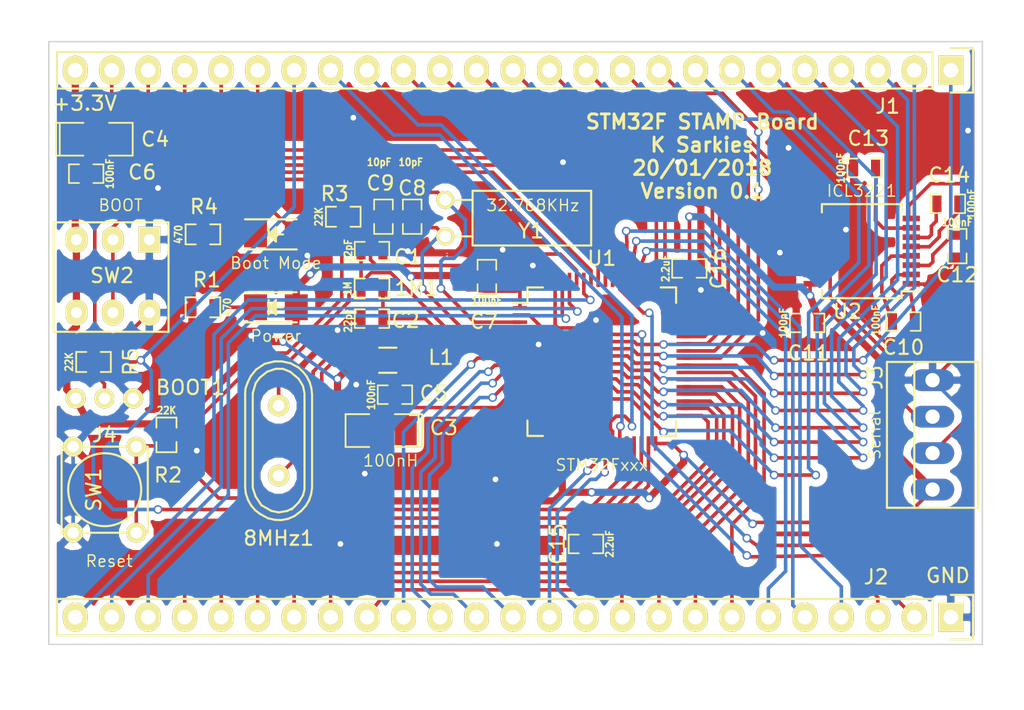
<source format=kicad_pcb>
(kicad_pcb (version 4) (host pcbnew 4.0.7-e2-6376~58~ubuntu14.04.1)
  (layers (0 F.Cu signal) (31 B.Cu signal) (34 B.Paste user hide) (35 F.Paste user hide) (36 B.SilkS user) (37 F.SilkS user) (38 B.Mask user) (39 F.Mask user) (44 Edge.Cuts user))
  (net 0 "")
  (net 1 "Net-(1M1-Pad1)")
  (net 2 "Net-(1M1-Pad2)")
  (net 3 Earth)
  (net 4 "Net-(C3-Pad1)")
  (net 5 3.3V)
  (net 6 "Net-(C8-Pad1)")
  (net 7 "Net-(C9-Pad1)")
  (net 8 "Net-(C10-Pad1)")
  (net 9 "Net-(C10-Pad2)")
  (net 10 "Net-(C12-Pad1)")
  (net 11 "Net-(C13-Pad2)")
  (net 12 "Net-(C14-Pad1)")
  (net 13 "Net-(C14-Pad2)")
  (net 14 "Net-(D1-Pad1)")
  (net 15 "Net-(D2-Pad2)")
  (net 16 "Net-(D2-Pad1)")
  (net 17 PA0)
  (net 18 PA1)
  (net 19 PA2)
  (net 20 PA3)
  (net 21 PA4)
  (net 22 PA5)
  (net 23 PA6)
  (net 24 PA7)
  (net 25 PA8)
  (net 26 PA9)
  (net 27 PA10)
  (net 28 PA11)
  (net 29 PA12)
  (net 30 PA13)
  (net 31 PA14)
  (net 32 PA15)
  (net 33 PB0)
  (net 34 PB1)
  (net 35 PB2)
  (net 36 PB3)
  (net 37 PB4)
  (net 38 PB5)
  (net 39 PB6)
  (net 40 RESET)
  (net 41 PD2)
  (net 42 PC13)
  (net 43 PC12)
  (net 44 PC11)
  (net 45 PC10)
  (net 46 PC9)
  (net 47 PC8)
  (net 48 PC7)
  (net 49 PC6)
  (net 50 PC5)
  (net 51 PC4)
  (net 52 PC3)
  (net 53 PC2)
  (net 54 PC1)
  (net 55 PC0)
  (net 56 PB15)
  (net 57 PB14)
  (net 58 PB13)
  (net 59 PB12)
  (net 60 PB11)
  (net 61 PB10)
  (net 62 PB9)
  (net 63 PB8)
  (net 64 PB7)
  (net 65 "Net-(J3-Pad2)")
  (net 66 Boot0)
  (net 67 "Net-(U2-Pad10)")
  (net 68 "Net-(J3-Pad3)")
  (net 69 "Net-(J4-Pad2)")
  (net 70 "Net-(C15-Pad1)")
  (net 71 "Net-(C16-Pad1)")
  (module stamp-stm32f:SM0603_Resistor (layer F.Cu) (at 137.5 91.4)
    (fp_text reference 1M1 (at 3.1 0 180) (layer F.SilkS))
    (fp_text value 1M (at -1.69926 0 90) (layer F.SilkS) (effects (font (size 0.508 0.4572) (thickness 0.1143))))
    (pad 1 smd rect (at -0.762 0) (size 0.635 1.143) (layers F.Cu F.Paste F.Mask) (net 1 "Net-(1M1-Pad1)"))
    (pad 2 smd rect (at 0.762 0) (size 0.635 1.143) (layers F.Cu F.Paste F.Mask) (net 2 "Net-(1M1-Pad2)"))
  )
  (module stamp-stm32f:Crystal_HC49-U_Vertical (layer F.Cu) (at 131 102 270)
    (fp_text reference 8MHz1 (at 6.8 0 360) (layer F.SilkS))
    (fp_text value 8MHz)
    (pad 1 thru_hole circle (at -2.44094 0 270) (size 1.50114 1.50114) (drill 0.8001) (layers *.Cu *.Mask F.SilkS) (net 1 "Net-(1M1-Pad1)"))
    (pad 2 thru_hole circle (at 2.44094 0 270) (size 1.50114 1.50114) (drill 0.8001) (layers *.Cu *.Mask F.SilkS) (net 2 "Net-(1M1-Pad2)"))
  )
  (module stamp-stm32f:SM0603_Capa (layer F.Cu) (at 137.5 88.8)
    (fp_text reference C1 (at 2.5 0.4 180) (layer F.SilkS))
    (fp_text value 22pF (at -1.651 0 90) (layer F.SilkS) (effects (font (size 0.508 0.4572) (thickness 0.1143))))
    (pad 1 smd rect (at -0.762 0) (size 0.635 1.143) (layers F.Cu F.Paste F.Mask) (net 1 "Net-(1M1-Pad1)"))
    (pad 2 smd rect (at 0.762 0) (size 0.635 1.143) (layers F.Cu F.Paste F.Mask) (net 3 Earth))
  )
  (module stamp-stm32f:SM0603_Capa (layer F.Cu) (at 137.5 93.5 180)
    (fp_text reference C2 (at -2.34 -0.13 360) (layer F.SilkS))
    (fp_text value 22pF (at 1.66 -0.13 270) (layer F.SilkS) (effects (font (size 0.508 0.4572) (thickness 0.1143))))
    (pad 1 smd rect (at -0.762 0 180) (size 0.635 1.143) (layers F.Cu F.Paste F.Mask) (net 2 "Net-(1M1-Pad2)"))
    (pad 2 smd rect (at 0.762 0 180) (size 0.635 1.143) (layers F.Cu F.Paste F.Mask) (net 3 Earth))
  )
  (module stamp-stm32f:SM1206POL (layer F.Cu) (at 138.2 101.3 180)
    (fp_text reference C3 (at -4.3 0.2 360) (layer F.SilkS))
    (fp_text value 10uF hide)
    (pad 1 smd rect (at -1.651 0 180) (size 1.524 2.032) (layers F.Cu F.Paste F.Mask) (net 4 "Net-(C3-Pad1)"))
    (pad 2 smd rect (at 1.651 0 180) (size 1.524 2.032) (layers F.Cu F.Paste F.Mask) (net 3 Earth))
  )
  (module stamp-stm32f:SM1206POL (layer F.Cu) (at 118.3 81)
    (fp_text reference C4 (at 4.1 0 180) (layer F.SilkS))
    (fp_text value 10uF hide)
    (pad 1 smd rect (at -1.651 0) (size 1.524 2.032) (layers F.Cu F.Paste F.Mask) (net 5 3.3V))
    (pad 2 smd rect (at 1.651 0) (size 1.524 2.032) (layers F.Cu F.Paste F.Mask) (net 3 Earth))
  )
  (module stamp-stm32f:SM0603_Capa (layer F.Cu) (at 139.1 98.8)
    (fp_text reference C5 (at 2.7 -0.1 180) (layer F.SilkS))
    (fp_text value 100nF (at -1.651 0 90) (layer F.SilkS) (effects (font (size 0.508 0.4572) (thickness 0.1143))))
    (pad 1 smd rect (at -0.762 0) (size 0.635 1.143) (layers F.Cu F.Paste F.Mask) (net 3 Earth))
    (pad 2 smd rect (at 0.762 0) (size 0.635 1.143) (layers F.Cu F.Paste F.Mask) (net 4 "Net-(C3-Pad1)"))
  )
  (module stamp-stm32f:SM0603_Capa (layer F.Cu) (at 117.6 83.4 180)
    (fp_text reference C6 (at -3.9 0.1 360) (layer F.SilkS))
    (fp_text value 100nF (at -1.651 0 270) (layer F.SilkS) (effects (font (size 0.508 0.4572) (thickness 0.1143))))
    (pad 1 smd rect (at -0.762 0 180) (size 0.635 1.143) (layers F.Cu F.Paste F.Mask) (net 3 Earth))
    (pad 2 smd rect (at 0.762 0 180) (size 0.635 1.143) (layers F.Cu F.Paste F.Mask) (net 5 3.3V))
  )
  (module stamp-stm32f:SM0603_Capa (layer F.Cu) (at 145.5 90.6 90)
    (fp_text reference C7 (at -3.1 -0.2 180) (layer F.SilkS))
    (fp_text value 100nF (at -1.651 0 180) (layer F.SilkS) (effects (font (size 0.508 0.4572) (thickness 0.1143))))
    (pad 1 smd rect (at -0.762 0 90) (size 0.635 1.143) (layers F.Cu F.Paste F.Mask) (net 5 3.3V))
    (pad 2 smd rect (at 0.762 0 90) (size 0.635 1.143) (layers F.Cu F.Paste F.Mask) (net 3 Earth))
  )
  (module stamp-stm32f:SM0603_Capa (layer F.Cu) (at 140.3 86.4 90)
    (fp_text reference C8 (at 2 0 180) (layer F.SilkS))
    (fp_text value 10pF (at 3.8 -0.1 180) (layer F.SilkS) (effects (font (size 0.508 0.4572) (thickness 0.1143))))
    (pad 1 smd rect (at -0.762 0 90) (size 0.635 1.143) (layers F.Cu F.Paste F.Mask) (net 6 "Net-(C8-Pad1)"))
    (pad 2 smd rect (at 0.762 0 90) (size 0.635 1.143) (layers F.Cu F.Paste F.Mask) (net 3 Earth))
  )
  (module stamp-stm32f:SM0603_Capa (layer F.Cu) (at 138.3 86.4 270)
    (fp_text reference C9 (at -2.34 0.21 360) (layer F.SilkS))
    (fp_text value 10pF (at -3.8 0.3 360) (layer F.SilkS) (effects (font (size 0.508 0.4572) (thickness 0.1143))))
    (pad 1 smd rect (at -0.762 0 270) (size 0.635 1.143) (layers F.Cu F.Paste F.Mask) (net 7 "Net-(C9-Pad1)"))
    (pad 2 smd rect (at 0.762 0 270) (size 0.635 1.143) (layers F.Cu F.Paste F.Mask) (net 3 Earth))
  )
  (module stamp-stm32f:SM0603_Capa (layer F.Cu) (at 174.5 93.7 180)
    (fp_text reference C10 (at 0 -1.8 360) (layer F.SilkS))
    (fp_text value 100nF (at 1.91 0.09 270) (layer F.SilkS) (effects (font (size 0.508 0.4572) (thickness 0.1143))))
    (pad 1 smd rect (at -0.762 0 180) (size 0.635 1.143) (layers F.Cu F.Paste F.Mask) (net 8 "Net-(C10-Pad1)"))
    (pad 2 smd rect (at 0.762 0 180) (size 0.635 1.143) (layers F.Cu F.Paste F.Mask) (net 9 "Net-(C10-Pad2)"))
  )
  (module stamp-stm32f:SM0603_Capa (layer F.Cu) (at 167.8 93.8)
    (fp_text reference C11 (at 0.1 2.1 180) (layer F.SilkS))
    (fp_text value 100nF (at -1.651 0 90) (layer F.SilkS) (effects (font (size 0.508 0.4572) (thickness 0.1143))))
    (pad 1 smd rect (at -0.762 0) (size 0.635 1.143) (layers F.Cu F.Paste F.Mask) (net 3 Earth))
    (pad 2 smd rect (at 0.762 0) (size 0.635 1.143) (layers F.Cu F.Paste F.Mask) (net 5 3.3V))
  )
  (module stamp-stm32f:SM0603_Capa (layer F.Cu) (at 178.25 88.45 270)
    (fp_text reference C12 (at 2 0 360) (layer F.SilkS))
    (fp_text value 100nF (at -1.651 0 360) (layer F.SilkS) (effects (font (size 0.508 0.4572) (thickness 0.1143))))
    (pad 1 smd rect (at -0.762 0 270) (size 0.635 1.143) (layers F.Cu F.Paste F.Mask) (net 10 "Net-(C12-Pad1)"))
    (pad 2 smd rect (at 0.762 0 270) (size 0.635 1.143) (layers F.Cu F.Paste F.Mask) (net 3 Earth))
  )
  (module stamp-stm32f:SM0603_Capa (layer F.Cu) (at 171.8 83)
    (fp_text reference C13 (at 0.26 -2.06 180) (layer F.SilkS))
    (fp_text value 100nF (at -1.651 0 90) (layer F.SilkS) (effects (font (size 0.508 0.4572) (thickness 0.1143))))
    (pad 1 smd rect (at -0.762 0) (size 0.635 1.143) (layers F.Cu F.Paste F.Mask) (net 3 Earth))
    (pad 2 smd rect (at 0.762 0) (size 0.635 1.143) (layers F.Cu F.Paste F.Mask) (net 11 "Net-(C13-Pad2)"))
  )
  (module stamp-stm32f:SM0603_Capa (layer F.Cu) (at 177.6 85.5 180)
    (fp_text reference C14 (at -0.1 2 360) (layer F.SilkS))
    (fp_text value 100nF (at -1.651 0 270) (layer F.SilkS) (effects (font (size 0.508 0.4572) (thickness 0.1143))))
    (pad 1 smd rect (at -0.762 0 180) (size 0.635 1.143) (layers F.Cu F.Paste F.Mask) (net 12 "Net-(C14-Pad1)"))
    (pad 2 smd rect (at 0.762 0 180) (size 0.635 1.143) (layers F.Cu F.Paste F.Mask) (net 13 "Net-(C14-Pad2)"))
  )
  (module stamp-stm32f:LED_1206 (layer F.Cu) (at 130.81 92.71)
    (fp_text reference D1)
    (fp_text value Power (at 0 2) (layer F.SilkS) (effects (font (size 0.8 0.8) (thickness 0.1))))
    (pad 2 smd rect (at 1.41986 0 180) (size 1.59766 1.80086) (layers F.Cu F.Paste F.Mask) (net 5 3.3V))
    (pad 1 smd rect (at -1.41986 0 180) (size 1.59766 1.80086) (layers F.Cu F.Paste F.Mask) (net 14 "Net-(D1-Pad1)"))
  )
  (module stamp-stm32f:LED_1206 (layer F.Cu) (at 130.81 87.63)
    (fp_text reference D2)
    (fp_text value "Boot Mode" (at 0 2) (layer F.SilkS) (effects (font (size 0.8 0.8) (thickness 0.1))))
    (pad 2 smd rect (at 1.41986 0 180) (size 1.59766 1.80086) (layers F.Cu F.Paste F.Mask) (net 15 "Net-(D2-Pad2)"))
    (pad 1 smd rect (at -1.41986 0 180) (size 1.59766 1.80086) (layers F.Cu F.Paste F.Mask) (net 16 "Net-(D2-Pad1)"))
  )
  (module stamp-stm32f:Pin_Header_Straight_1x25 (layer F.Cu) (at 177.8 76.2 270)
    (fp_text reference J1 (at 2.5 4.4 360) (layer F.SilkS))
    (fp_text value +3.3V (at 2.3 60.3 360) (layer F.SilkS))
    (pad 1 thru_hole rect (at 0 0 270) (size 2.032 1.7272) (drill 1.016) (layers *.Cu *.Mask F.SilkS) (net 17 PA0))
    (pad 2 thru_hole oval (at 0 2.54 270) (size 2.032 1.7272) (drill 1.016) (layers *.Cu *.Mask F.SilkS) (net 18 PA1))
    (pad 3 thru_hole oval (at 0 5.08 270) (size 2.032 1.7272) (drill 1.016) (layers *.Cu *.Mask F.SilkS) (net 19 PA2))
    (pad 4 thru_hole oval (at 0 7.62 270) (size 2.032 1.7272) (drill 1.016) (layers *.Cu *.Mask F.SilkS) (net 20 PA3))
    (pad 5 thru_hole oval (at 0 10.16 270) (size 2.032 1.7272) (drill 1.016) (layers *.Cu *.Mask F.SilkS) (net 21 PA4))
    (pad 6 thru_hole oval (at 0 12.7 270) (size 2.032 1.7272) (drill 1.016) (layers *.Cu *.Mask F.SilkS) (net 22 PA5))
    (pad 7 thru_hole oval (at 0 15.24 270) (size 2.032 1.7272) (drill 1.016) (layers *.Cu *.Mask F.SilkS) (net 23 PA6))
    (pad 8 thru_hole oval (at 0 17.78 270) (size 2.032 1.7272) (drill 1.016) (layers *.Cu *.Mask F.SilkS) (net 24 PA7))
    (pad 9 thru_hole oval (at 0 20.32 270) (size 2.032 1.7272) (drill 1.016) (layers *.Cu *.Mask F.SilkS) (net 25 PA8))
    (pad 10 thru_hole oval (at 0 22.86 270) (size 2.032 1.7272) (drill 1.016) (layers *.Cu *.Mask F.SilkS) (net 26 PA9))
    (pad 11 thru_hole oval (at 0 25.4 270) (size 2.032 1.7272) (drill 1.016) (layers *.Cu *.Mask F.SilkS) (net 27 PA10))
    (pad 12 thru_hole oval (at 0 27.94 270) (size 2.032 1.7272) (drill 1.016) (layers *.Cu *.Mask F.SilkS) (net 28 PA11))
    (pad 13 thru_hole oval (at 0 30.48 270) (size 2.032 1.7272) (drill 1.016) (layers *.Cu *.Mask F.SilkS) (net 29 PA12))
    (pad 14 thru_hole oval (at 0 33.02 270) (size 2.032 1.7272) (drill 1.016) (layers *.Cu *.Mask F.SilkS) (net 30 PA13))
    (pad 15 thru_hole oval (at 0 35.56 270) (size 2.032 1.7272) (drill 1.016) (layers *.Cu *.Mask F.SilkS) (net 31 PA14))
    (pad 16 thru_hole oval (at 0 38.1 270) (size 2.032 1.7272) (drill 1.016) (layers *.Cu *.Mask F.SilkS) (net 32 PA15))
    (pad 17 thru_hole oval (at 0 40.64 270) (size 2.032 1.7272) (drill 1.016) (layers *.Cu *.Mask F.SilkS) (net 33 PB0))
    (pad 18 thru_hole oval (at 0 43.18 270) (size 2.032 1.7272) (drill 1.016) (layers *.Cu *.Mask F.SilkS) (net 34 PB1))
    (pad 19 thru_hole oval (at 0 45.72 270) (size 2.032 1.7272) (drill 1.016) (layers *.Cu *.Mask F.SilkS) (net 35 PB2))
    (pad 20 thru_hole oval (at 0 48.26 270) (size 2.032 1.7272) (drill 1.016) (layers *.Cu *.Mask F.SilkS) (net 36 PB3))
    (pad 21 thru_hole oval (at 0 50.8 270) (size 2.032 1.7272) (drill 1.016) (layers *.Cu *.Mask F.SilkS) (net 37 PB4))
    (pad 22 thru_hole oval (at 0 53.34 270) (size 2.032 1.7272) (drill 1.016) (layers *.Cu *.Mask F.SilkS) (net 38 PB5))
    (pad 23 thru_hole oval (at 0 55.88 270) (size 2.032 1.7272) (drill 1.016) (layers *.Cu *.Mask F.SilkS) (net 39 PB6))
    (pad 24 thru_hole oval (at 0 58.42 270) (size 2.032 1.7272) (drill 1.016) (layers *.Cu *.Mask F.SilkS) (net 40 RESET))
    (pad 25 thru_hole oval (at 0 60.96 270) (size 2.032 1.7272) (drill 1.016) (layers *.Cu *.Mask F.SilkS) (net 5 3.3V))
  )
  (module stamp-stm32f:Pin_Header_Straight_1x25 (layer F.Cu) (at 177.8 114.3 270)
    (fp_text reference J2 (at -2.8 5.2 360) (layer F.SilkS))
    (fp_text value GND (at -2.9 0.2 360) (layer F.SilkS))
    (pad 1 thru_hole rect (at 0 0 270) (size 2.032 1.7272) (drill 1.016) (layers *.Cu *.Mask F.SilkS) (net 3 Earth))
    (pad 2 thru_hole oval (at 0 2.54 270) (size 2.032 1.7272) (drill 1.016) (layers *.Cu *.Mask F.SilkS) (net 41 PD2))
    (pad 3 thru_hole oval (at 0 5.08 270) (size 2.032 1.7272) (drill 1.016) (layers *.Cu *.Mask F.SilkS) (net 42 PC13))
    (pad 4 thru_hole oval (at 0 7.62 270) (size 2.032 1.7272) (drill 1.016) (layers *.Cu *.Mask F.SilkS) (net 43 PC12))
    (pad 5 thru_hole oval (at 0 10.16 270) (size 2.032 1.7272) (drill 1.016) (layers *.Cu *.Mask F.SilkS) (net 44 PC11))
    (pad 6 thru_hole oval (at 0 12.7 270) (size 2.032 1.7272) (drill 1.016) (layers *.Cu *.Mask F.SilkS) (net 45 PC10))
    (pad 7 thru_hole oval (at 0 15.24 270) (size 2.032 1.7272) (drill 1.016) (layers *.Cu *.Mask F.SilkS) (net 46 PC9))
    (pad 8 thru_hole oval (at 0 17.78 270) (size 2.032 1.7272) (drill 1.016) (layers *.Cu *.Mask F.SilkS) (net 47 PC8))
    (pad 9 thru_hole oval (at 0 20.32 270) (size 2.032 1.7272) (drill 1.016) (layers *.Cu *.Mask F.SilkS) (net 48 PC7))
    (pad 10 thru_hole oval (at 0 22.86 270) (size 2.032 1.7272) (drill 1.016) (layers *.Cu *.Mask F.SilkS) (net 49 PC6))
    (pad 11 thru_hole oval (at 0 25.4 270) (size 2.032 1.7272) (drill 1.016) (layers *.Cu *.Mask F.SilkS) (net 50 PC5))
    (pad 12 thru_hole oval (at 0 27.94 270) (size 2.032 1.7272) (drill 1.016) (layers *.Cu *.Mask F.SilkS) (net 51 PC4))
    (pad 13 thru_hole oval (at 0 30.48 270) (size 2.032 1.7272) (drill 1.016) (layers *.Cu *.Mask F.SilkS) (net 52 PC3))
    (pad 14 thru_hole oval (at 0 33.02 270) (size 2.032 1.7272) (drill 1.016) (layers *.Cu *.Mask F.SilkS) (net 53 PC2))
    (pad 15 thru_hole oval (at 0 35.56 270) (size 2.032 1.7272) (drill 1.016) (layers *.Cu *.Mask F.SilkS) (net 54 PC1))
    (pad 16 thru_hole oval (at 0 38.1 270) (size 2.032 1.7272) (drill 1.016) (layers *.Cu *.Mask F.SilkS) (net 55 PC0))
    (pad 17 thru_hole oval (at 0 40.64 270) (size 2.032 1.7272) (drill 1.016) (layers *.Cu *.Mask F.SilkS) (net 56 PB15))
    (pad 18 thru_hole oval (at 0 43.18 270) (size 2.032 1.7272) (drill 1.016) (layers *.Cu *.Mask F.SilkS) (net 57 PB14))
    (pad 19 thru_hole oval (at 0 45.72 270) (size 2.032 1.7272) (drill 1.016) (layers *.Cu *.Mask F.SilkS) (net 58 PB13))
    (pad 20 thru_hole oval (at 0 48.26 270) (size 2.032 1.7272) (drill 1.016) (layers *.Cu *.Mask F.SilkS) (net 59 PB12))
    (pad 21 thru_hole oval (at 0 50.8 270) (size 2.032 1.7272) (drill 1.016) (layers *.Cu *.Mask F.SilkS) (net 60 PB11))
    (pad 22 thru_hole oval (at 0 53.34 270) (size 2.032 1.7272) (drill 1.016) (layers *.Cu *.Mask F.SilkS) (net 61 PB10))
    (pad 23 thru_hole oval (at 0 55.88 270) (size 2.032 1.7272) (drill 1.016) (layers *.Cu *.Mask F.SilkS) (net 62 PB9))
    (pad 24 thru_hole oval (at 0 58.42 270) (size 2.032 1.7272) (drill 1.016) (layers *.Cu *.Mask F.SilkS) (net 63 PB8))
    (pad 25 thru_hole oval (at 0 60.96 270) (size 2.032 1.7272) (drill 1.016) (layers *.Cu *.Mask F.SilkS) (net 64 PB7))
  )
  (module stamp-stm32f:R_0805 (layer F.Cu) (at 138.6 96.4)
    (fp_text reference L1 (at 3.7 -0.2) (layer F.SilkS))
    (fp_text value 100nH (at 0.2 7) (layer F.SilkS) (effects (font (size 0.8 0.8) (thickness 0.1))))
    (pad 1 smd rect (at -1.35 0) (size 1.5 1.3) (layers F.Cu F.Paste F.Mask) (net 5 3.3V))
    (pad 2 smd rect (at 1.35 0) (size 1.5 1.3) (layers F.Cu F.Paste F.Mask) (net 4 "Net-(C3-Pad1)"))
  )
  (module stamp-stm32f:SM0603_Resistor (layer F.Cu) (at 125.73 92.71 180)
    (fp_text reference R1 (at -0.27 1.91 360) (layer F.SilkS))
    (fp_text value 470 (at -1.69926 0 270) (layer F.SilkS) (effects (font (size 0.508 0.4572) (thickness 0.1143))))
    (pad 1 smd rect (at -0.762 0 180) (size 0.635 1.143) (layers F.Cu F.Paste F.Mask) (net 14 "Net-(D1-Pad1)"))
    (pad 2 smd rect (at 0.762 0 180) (size 0.635 1.143) (layers F.Cu F.Paste F.Mask) (net 3 Earth))
  )
  (module stamp-stm32f:SM0603_Resistor (layer F.Cu) (at 123.19 101.6 270)
    (fp_text reference R2 (at 2.8 -0.11 360) (layer F.SilkS))
    (fp_text value 22K (at -1.69926 0 360) (layer F.SilkS) (effects (font (size 0.508 0.4572) (thickness 0.1143))))
    (pad 1 smd rect (at -0.762 0 270) (size 0.635 1.143) (layers F.Cu F.Paste F.Mask) (net 5 3.3V))
    (pad 2 smd rect (at 0.762 0 270) (size 0.635 1.143) (layers F.Cu F.Paste F.Mask) (net 40 RESET))
  )
  (module stamp-stm32f:SM0603_Resistor (layer F.Cu) (at 135.5 86.4)
    (fp_text reference R3 (at -0.6 -1.6 180) (layer F.SilkS))
    (fp_text value 22K (at -1.69926 0 90) (layer F.SilkS) (effects (font (size 0.508 0.4572) (thickness 0.1143))))
    (pad 1 smd rect (at -0.762 0) (size 0.635 1.143) (layers F.Cu F.Paste F.Mask) (net 15 "Net-(D2-Pad2)"))
    (pad 2 smd rect (at 0.762 0) (size 0.635 1.143) (layers F.Cu F.Paste F.Mask) (net 66 Boot0))
  )
  (module stamp-stm32f:SM0603_Resistor (layer F.Cu) (at 125.73 87.63)
    (fp_text reference R4 (at 0.07 -1.93 180) (layer F.SilkS))
    (fp_text value 470 (at -1.69926 0 90) (layer F.SilkS) (effects (font (size 0.508 0.4572) (thickness 0.1143))))
    (pad 1 smd rect (at -0.762 0) (size 0.635 1.143) (layers F.Cu F.Paste F.Mask) (net 3 Earth))
    (pad 2 smd rect (at 0.762 0) (size 0.635 1.143) (layers F.Cu F.Paste F.Mask) (net 16 "Net-(D2-Pad1)"))
  )
  (module stamp-stm32f:SW_PUSH_TINY (layer F.Cu) (at 118.89 105.42 90)
    (fp_text reference SW1 (at 0 -0.762 90) (layer F.SilkS))
    (fp_text value Reset (at -4.98 0.31 180) (layer F.SilkS) (effects (font (size 0.8 0.8) (thickness 0.1))))
    (pad 1 thru_hole circle (at 3 -2.2 90) (size 1.397 1.397) (drill 0.8) (layers *.Cu *.Mask F.SilkS) (net 3 Earth))
    (pad 2 thru_hole circle (at 3 2.2 90) (size 1.397 1.397) (drill 0.8) (layers *.Cu *.Mask F.SilkS) (net 40 RESET))
    (pad 1 thru_hole circle (at -3 -2.2 90) (size 1.397 1.397) (drill 0.8) (layers *.Cu *.Mask F.SilkS) (net 3 Earth))
    (pad 2 thru_hole circle (at -3 2.2 90) (size 1.397 1.397) (drill 0.8) (layers *.Cu *.Mask F.SilkS) (net 40 RESET))
  )
  (module stamp-stm32f:LQFP-64_10x10mm_Pitch0.5mm (layer F.Cu) (at 153.5 96.5)
    (fp_text reference U1 (at 0 -7.2) (layer F.SilkS))
    (fp_text value STM32Fxxx (at 0 7.2) (layer F.SilkS) (effects (font (size 0.8 0.8) (thickness 0.1))))
    (pad 1 smd rect (at -5.7 -3.75) (size 1 0.25) (layers F.Cu F.Paste F.Mask) (net 5 3.3V))
    (pad 2 smd rect (at -5.7 -3.25) (size 1 0.25) (layers F.Cu F.Paste F.Mask) (net 42 PC13))
    (pad 3 smd rect (at -5.7 -2.75) (size 1 0.25) (layers F.Cu F.Paste F.Mask) (net 7 "Net-(C9-Pad1)"))
    (pad 4 smd rect (at -5.7 -2.25) (size 1 0.25) (layers F.Cu F.Paste F.Mask) (net 6 "Net-(C8-Pad1)"))
    (pad 5 smd rect (at -5.7 -1.75) (size 1 0.25) (layers F.Cu F.Paste F.Mask) (net 1 "Net-(1M1-Pad1)"))
    (pad 6 smd rect (at -5.7 -1.25) (size 1 0.25) (layers F.Cu F.Paste F.Mask) (net 2 "Net-(1M1-Pad2)"))
    (pad 7 smd rect (at -5.7 -0.75) (size 1 0.25) (layers F.Cu F.Paste F.Mask) (net 40 RESET))
    (pad 8 smd rect (at -5.7 -0.25) (size 1 0.25) (layers F.Cu F.Paste F.Mask) (net 55 PC0))
    (pad 9 smd rect (at -5.7 0.25) (size 1 0.25) (layers F.Cu F.Paste F.Mask) (net 54 PC1))
    (pad 10 smd rect (at -5.7 0.75) (size 1 0.25) (layers F.Cu F.Paste F.Mask) (net 53 PC2))
    (pad 11 smd rect (at -5.7 1.25) (size 1 0.25) (layers F.Cu F.Paste F.Mask) (net 52 PC3))
    (pad 12 smd rect (at -5.7 1.75) (size 1 0.25) (layers F.Cu F.Paste F.Mask) (net 3 Earth))
    (pad 13 smd rect (at -5.7 2.25) (size 1 0.25) (layers F.Cu F.Paste F.Mask) (net 4 "Net-(C3-Pad1)"))
    (pad 14 smd rect (at -5.7 2.75) (size 1 0.25) (layers F.Cu F.Paste F.Mask) (net 17 PA0))
    (pad 15 smd rect (at -5.7 3.25) (size 1 0.25) (layers F.Cu F.Paste F.Mask) (net 18 PA1))
    (pad 16 smd rect (at -5.7 3.75) (size 1 0.25) (layers F.Cu F.Paste F.Mask) (net 19 PA2))
    (pad 17 smd rect (at -3.75 5.7 90) (size 1 0.25) (layers F.Cu F.Paste F.Mask) (net 20 PA3))
    (pad 18 smd rect (at -3.25 5.7 90) (size 1 0.25) (layers F.Cu F.Paste F.Mask) (net 3 Earth))
    (pad 19 smd rect (at -2.75 5.7 90) (size 1 0.25) (layers F.Cu F.Paste F.Mask) (net 5 3.3V))
    (pad 20 smd rect (at -2.25 5.7 90) (size 1 0.25) (layers F.Cu F.Paste F.Mask) (net 21 PA4))
    (pad 21 smd rect (at -1.75 5.7 90) (size 1 0.25) (layers F.Cu F.Paste F.Mask) (net 22 PA5))
    (pad 22 smd rect (at -1.25 5.7 90) (size 1 0.25) (layers F.Cu F.Paste F.Mask) (net 23 PA6))
    (pad 23 smd rect (at -0.75 5.7 90) (size 1 0.25) (layers F.Cu F.Paste F.Mask) (net 24 PA7))
    (pad 24 smd rect (at -0.25 5.7 90) (size 1 0.25) (layers F.Cu F.Paste F.Mask) (net 51 PC4))
    (pad 25 smd rect (at 0.25 5.7 90) (size 1 0.25) (layers F.Cu F.Paste F.Mask) (net 50 PC5))
    (pad 26 smd rect (at 0.75 5.7 90) (size 1 0.25) (layers F.Cu F.Paste F.Mask) (net 33 PB0))
    (pad 27 smd rect (at 1.25 5.7 90) (size 1 0.25) (layers F.Cu F.Paste F.Mask) (net 34 PB1))
    (pad 28 smd rect (at 1.75 5.7 90) (size 1 0.25) (layers F.Cu F.Paste F.Mask) (net 35 PB2))
    (pad 29 smd rect (at 2.25 5.7 90) (size 1 0.25) (layers F.Cu F.Paste F.Mask) (net 61 PB10))
    (pad 30 smd rect (at 2.75 5.7 90) (size 1 0.25) (layers F.Cu F.Paste F.Mask) (net 60 PB11))
    (pad 31 smd rect (at 3.25 5.7 90) (size 1 0.25) (layers F.Cu F.Paste F.Mask) (net 70 "Net-(C15-Pad1)"))
    (pad 32 smd rect (at 3.75 5.7 90) (size 1 0.25) (layers F.Cu F.Paste F.Mask) (net 5 3.3V))
    (pad 33 smd rect (at 5.7 3.75) (size 1 0.25) (layers F.Cu F.Paste F.Mask) (net 59 PB12))
    (pad 34 smd rect (at 5.7 3.25) (size 1 0.25) (layers F.Cu F.Paste F.Mask) (net 58 PB13))
    (pad 35 smd rect (at 5.7 2.75) (size 1 0.25) (layers F.Cu F.Paste F.Mask) (net 57 PB14))
    (pad 36 smd rect (at 5.7 2.25) (size 1 0.25) (layers F.Cu F.Paste F.Mask) (net 56 PB15))
    (pad 37 smd rect (at 5.7 1.75) (size 1 0.25) (layers F.Cu F.Paste F.Mask) (net 49 PC6))
    (pad 38 smd rect (at 5.7 1.25) (size 1 0.25) (layers F.Cu F.Paste F.Mask) (net 48 PC7))
    (pad 39 smd rect (at 5.7 0.75) (size 1 0.25) (layers F.Cu F.Paste F.Mask) (net 47 PC8))
    (pad 40 smd rect (at 5.7 0.25) (size 1 0.25) (layers F.Cu F.Paste F.Mask) (net 46 PC9))
    (pad 41 smd rect (at 5.7 -0.25) (size 1 0.25) (layers F.Cu F.Paste F.Mask) (net 25 PA8))
    (pad 42 smd rect (at 5.7 -0.75) (size 1 0.25) (layers F.Cu F.Paste F.Mask) (net 26 PA9))
    (pad 43 smd rect (at 5.7 -1.25) (size 1 0.25) (layers F.Cu F.Paste F.Mask) (net 27 PA10))
    (pad 44 smd rect (at 5.7 -1.75) (size 1 0.25) (layers F.Cu F.Paste F.Mask) (net 28 PA11))
    (pad 45 smd rect (at 5.7 -2.25) (size 1 0.25) (layers F.Cu F.Paste F.Mask) (net 29 PA12))
    (pad 46 smd rect (at 5.7 -2.75) (size 1 0.25) (layers F.Cu F.Paste F.Mask) (net 30 PA13))
    (pad 47 smd rect (at 5.7 -3.25) (size 1 0.25) (layers F.Cu F.Paste F.Mask) (net 71 "Net-(C16-Pad1)"))
    (pad 48 smd rect (at 5.7 -3.75) (size 1 0.25) (layers F.Cu F.Paste F.Mask) (net 5 3.3V))
    (pad 49 smd rect (at 3.75 -5.7 90) (size 1 0.25) (layers F.Cu F.Paste F.Mask) (net 31 PA14))
    (pad 50 smd rect (at 3.25 -5.7 90) (size 1 0.25) (layers F.Cu F.Paste F.Mask) (net 32 PA15))
    (pad 51 smd rect (at 2.75 -5.7 90) (size 1 0.25) (layers F.Cu F.Paste F.Mask) (net 45 PC10))
    (pad 52 smd rect (at 2.25 -5.7 90) (size 1 0.25) (layers F.Cu F.Paste F.Mask) (net 44 PC11))
    (pad 53 smd rect (at 1.75 -5.7 90) (size 1 0.25) (layers F.Cu F.Paste F.Mask) (net 43 PC12))
    (pad 54 smd rect (at 1.25 -5.7 90) (size 1 0.25) (layers F.Cu F.Paste F.Mask) (net 41 PD2))
    (pad 55 smd rect (at 0.75 -5.7 90) (size 1 0.25) (layers F.Cu F.Paste F.Mask) (net 36 PB3))
    (pad 56 smd rect (at 0.25 -5.7 90) (size 1 0.25) (layers F.Cu F.Paste F.Mask) (net 37 PB4))
    (pad 57 smd rect (at -0.25 -5.7 90) (size 1 0.25) (layers F.Cu F.Paste F.Mask) (net 38 PB5))
    (pad 58 smd rect (at -0.75 -5.7 90) (size 1 0.25) (layers F.Cu F.Paste F.Mask) (net 39 PB6))
    (pad 59 smd rect (at -1.25 -5.7 90) (size 1 0.25) (layers F.Cu F.Paste F.Mask) (net 64 PB7))
    (pad 60 smd rect (at -1.75 -5.7 90) (size 1 0.25) (layers F.Cu F.Paste F.Mask) (net 66 Boot0))
    (pad 61 smd rect (at -2.25 -5.7 90) (size 1 0.25) (layers F.Cu F.Paste F.Mask) (net 63 PB8))
    (pad 62 smd rect (at -2.75 -5.7 90) (size 1 0.25) (layers F.Cu F.Paste F.Mask) (net 62 PB9))
    (pad 63 smd rect (at -3.25 -5.7 90) (size 1 0.25) (layers F.Cu F.Paste F.Mask) (net 3 Earth))
    (pad 64 smd rect (at -3.75 -5.7 90) (size 1 0.25) (layers F.Cu F.Paste F.Mask) (net 5 3.3V))
  )
  (module stamp-stm32f:Crystal_Watch (layer F.Cu) (at 142.6 86.5 90)
    (fp_text reference Y1 (at -0.889 5.969 180) (layer F.SilkS))
    (fp_text value 32.768KHz (at 0.889 6.096 180) (layer F.SilkS) (effects (font (size 0.8 0.8) (thickness 0.1))))
    (pad 1 thru_hole circle (at -1.27 0 90) (size 1.27 1.27) (drill 0.8128) (layers *.Cu *.Mask F.SilkS) (net 6 "Net-(C8-Pad1)"))
    (pad 2 thru_hole circle (at 1.27 0 90) (size 1.27 1.27) (drill 0.8128) (layers *.Cu *.Mask F.SilkS) (net 7 "Net-(C9-Pad1)"))
  )
  (module stamp-stm32f:PINHEAD1-4 (layer F.Cu) (at 176.53 101.6 90)
    (fp_text reference J3 (at 4 -4 90) (layer F.SilkS))
    (fp_text value Serial (at 0 -4.03 90) (layer F.SilkS) (effects (font (size 0.8 0.8) (thickness 0.1))))
    (pad 4 thru_hole oval (at 3.81 0 90) (size 1.50622 3.01498) (drill 1) (layers *.Cu *.Mask) (net 3 Earth))
    (pad 1 thru_hole oval (at -3.81 0 90) (size 1.50622 3.01498) (drill 1) (layers *.Cu *.Mask) (net 5 3.3V))
    (pad 2 thru_hole oval (at -1.27 0 90) (size 1.50622 3.01498) (drill 1) (layers *.Cu *.Mask) (net 65 "Net-(J3-Pad2)"))
    (pad 3 thru_hole oval (at 1.27 0 90) (size 1.50622 3.01498) (drill 1) (layers *.Cu *.Mask) (net 68 "Net-(J3-Pad3)"))
  )
  (module stamp-stm32f:pin_header_2mm_1x3 (layer F.Cu) (at 118.87 99.06)
    (fp_text reference J4 (at 0 2.54) (layer F.SilkS))
    (fp_text value BOOT1 (at 5.99 -0.76) (layer F.SilkS))
    (pad 3 thru_hole circle (at 2 0) (size 1.4 1.4) (drill 0.8) (layers *.Cu *.Mask F.SilkS) (net 3 Earth))
    (pad 2 thru_hole circle (at 0 0) (size 1.4 1.4) (drill 0.8) (layers *.Cu *.Mask F.SilkS) (net 69 "Net-(J4-Pad2)"))
    (pad 1 thru_hole circle (at -2 0) (size 1.4 1.4) (drill 0.8) (layers *.Cu *.Mask F.SilkS) (net 5 3.3V))
  )
  (module stamp-stm32f:SM0603_Resistor (layer F.Cu) (at 118.11 96.52)
    (fp_text reference R5 (at 2.59 -0.02 90) (layer F.SilkS))
    (fp_text value 22K (at -1.69926 0 90) (layer F.SilkS) (effects (font (size 0.508 0.4572) (thickness 0.1143))))
    (pad 1 smd rect (at -0.762 0) (size 0.635 1.143) (layers F.Cu F.Paste F.Mask) (net 69 "Net-(J4-Pad2)"))
    (pad 2 smd rect (at 0.762 0) (size 0.635 1.143) (layers F.Cu F.Paste F.Mask) (net 35 PB2))
  )
  (module stamp-stm32f:SW_PB_DPDT (layer F.Cu) (at 122 88 180)
    (fp_text reference SW2 (at 2.6 -2.5 180) (layer F.SilkS))
    (fp_text value BOOT (at 2 2.4 180) (layer F.SilkS) (effects (font (size 0.8 0.8) (thickness 0.1))))
    (pad 1 thru_hole rect (at 0 0 180) (size 1.524 1.824) (drill 0.762) (layers *.Cu *.Mask F.SilkS) (net 3 Earth))
    (pad 4 thru_hole oval (at 0 -5.08 180) (size 1.524 1.824) (drill 0.762) (layers *.Cu *.Mask F.SilkS) (net 3 Earth))
    (pad 2 thru_hole oval (at 2.54 0 180) (size 1.524 1.824) (drill 0.762) (layers *.Cu *.Mask F.SilkS) (net 15 "Net-(D2-Pad2)"))
    (pad 5 thru_hole oval (at 2.54 -5.08 180) (size 1.524 1.824) (drill 0.762) (layers *.Cu *.Mask F.SilkS) (net 15 "Net-(D2-Pad2)"))
    (pad 3 thru_hole oval (at 5.08 0 180) (size 1.524 1.824) (drill 0.762) (layers *.Cu *.Mask F.SilkS) (net 5 3.3V))
    (pad 6 thru_hole oval (at 5.08 -5.08 180) (size 1.524 1.824) (drill 0.762) (layers *.Cu *.Mask F.SilkS) (net 5 3.3V))
  )
  (module stamp-stm32f:SM0603_Capa (layer F.Cu) (at 152.4 109.2 180)
    (fp_text reference C15 (at 2 0 270) (layer F.SilkS))
    (fp_text value 2.2uF (at -1.651 0 270) (layer F.SilkS) (effects (font (size 0.508 0.4572) (thickness 0.1143))))
    (pad 1 smd rect (at -0.762 0 180) (size 0.635 1.143) (layers F.Cu F.Paste F.Mask) (net 70 "Net-(C15-Pad1)"))
    (pad 2 smd rect (at 0.762 0 180) (size 0.635 1.143) (layers F.Cu F.Paste F.Mask) (net 3 Earth))
  )
  (module stamp-stm32f:SM0603_Capa (layer F.Cu) (at 159.6 90)
    (fp_text reference C16 (at 2 0 90) (layer F.SilkS))
    (fp_text value 2.2uF (at -1.651 0 90) (layer F.SilkS) (effects (font (size 0.508 0.4572) (thickness 0.1143))))
    (pad 1 smd rect (at -0.762 0) (size 0.635 1.143) (layers F.Cu F.Paste F.Mask) (net 71 "Net-(C16-Pad1)"))
    (pad 2 smd rect (at 0.762 0) (size 0.635 1.143) (layers F.Cu F.Paste F.Mask) (net 3 Earth))
  )
  (module stamp-stm32f:SSOP-16 (layer F.Cu) (at 171.6 88.8 180)
    (fp_text reference U2 (at 1 -4.2 180) (layer F.SilkS))
    (fp_text value ICL3221 (at 0 4.2 180) (layer F.SilkS) (effects (font (size 0.8 0.8) (thickness 0.1))))
    (pad 1 smd rect (at -3.45 -2.275 180) (size 1.2 0.4) (layers F.Cu F.Paste F.Mask) (net 3 Earth))
    (pad 2 smd rect (at -3.45 -1.625 180) (size 1.2 0.4) (layers F.Cu F.Paste F.Mask) (net 8 "Net-(C10-Pad1)"))
    (pad 3 smd rect (at -3.45 -0.975 180) (size 1.2 0.4) (layers F.Cu F.Paste F.Mask) (net 10 "Net-(C12-Pad1)"))
    (pad 4 smd rect (at -3.45 -0.325 180) (size 1.2 0.4) (layers F.Cu F.Paste F.Mask) (net 9 "Net-(C10-Pad2)"))
    (pad 5 smd rect (at -3.45 0.325 180) (size 1.2 0.4) (layers F.Cu F.Paste F.Mask) (net 12 "Net-(C14-Pad1)"))
    (pad 6 smd rect (at -3.45 0.975 180) (size 1.2 0.4) (layers F.Cu F.Paste F.Mask) (net 13 "Net-(C14-Pad2)"))
    (pad 7 smd rect (at -3.45 1.625 180) (size 1.2 0.4) (layers F.Cu F.Paste F.Mask) (net 11 "Net-(C13-Pad2)"))
    (pad 8 smd rect (at -3.45 2.275 180) (size 1.2 0.4) (layers F.Cu F.Paste F.Mask) (net 65 "Net-(J3-Pad2)"))
    (pad 9 smd rect (at 3.45 2.275 180) (size 1.2 0.4) (layers F.Cu F.Paste F.Mask) (net 27 PA10))
    (pad 10 smd rect (at 3.45 1.625 180) (size 1.2 0.4) (layers F.Cu F.Paste F.Mask) (net 67 "Net-(U2-Pad10)"))
    (pad 11 smd rect (at 3.45 0.975 180) (size 1.2 0.4) (layers F.Cu F.Paste F.Mask) (net 26 PA9))
    (pad 12 smd rect (at 3.45 0.325 180) (size 1.2 0.4) (layers F.Cu F.Paste F.Mask) (net 3 Earth))
    (pad 13 smd rect (at 3.45 -0.325 180) (size 1.2 0.4) (layers F.Cu F.Paste F.Mask) (net 68 "Net-(J3-Pad3)"))
    (pad 14 smd rect (at 3.45 -0.975 180) (size 1.2 0.4) (layers F.Cu F.Paste F.Mask) (net 3 Earth))
    (pad 15 smd rect (at 3.45 -1.625 180) (size 1.2 0.4) (layers F.Cu F.Paste F.Mask) (net 5 3.3V))
    (pad 16 smd rect (at 3.45 -2.275 180) (size 1.2 0.4) (layers F.Cu F.Paste F.Mask) (net 5 3.3V))
  )
  (gr_text "STM32F STAMP Board\nK Sarkies\n20/01/2018\nVersion 0.1" (at 160.5 82.2) (layer F.SilkS) (effects (font (size 1 1) (thickness 0.2))))
  (gr_line (start 115 116.2) (end 115 74.2) (angle 90) (layer Edge.Cuts) (width 0.1))
  (gr_line (start 180 116.2) (end 115 116.2) (angle 90) (layer Edge.Cuts) (width 0.1))
  (gr_line (start 180 74.2) (end 180 116.2) (angle 90) (layer Edge.Cuts) (width 0.1))
  (gr_line (start 115 74.2) (end 180 74.2) (angle 90) (layer Edge.Cuts) (width 0.1))
  (segment (start 147.8 94.75) (end 143.25 94.75) (width 0.25) (layer F.Cu) (net 1))
  (segment (start 137.438 90.3) (end 136.738 91) (width 0.25) (layer F.Cu) (net 1))
  (segment (start 138.8 90.3) (end 137.438 90.3) (width 0.25) (layer F.Cu) (net 1))
  (segment (start 143.25 94.75) (end 138.8 90.3) (width 0.25) (layer F.Cu) (net 1))
  (segment (start 136.738 88.5) (end 136.738 91) (width 0.25) (layer F.Cu) (net 1))
  (segment (start 136.738 91) (end 135.9 91.838) (width 0.25) (layer F.Cu) (net 1))
  (segment (start 135.9 91.838) (end 135.9 92.3) (width 0.25) (layer F.Cu) (net 1))
  (segment (start 135.9 92.3) (end 131 97.2) (width 0.25) (layer F.Cu) (net 1))
  (segment (start 131 97.2) (end 131 99.55906) (width 0.25) (layer F.Cu) (net 1))
  (segment (start 138.262 93.5) (end 141.2 93.5) (width 0.25) (layer F.Cu) (net 2))
  (segment (start 142.95 95.25) (end 147.8 95.25) (width 0.25) (layer F.Cu) (net 2))
  (segment (start 141.2 93.5) (end 142.95 95.25) (width 0.25) (layer F.Cu) (net 2))
  (segment (start 138.262 93.5) (end 138.262 94.138) (width 0.25) (layer F.Cu) (net 2))
  (segment (start 133.4 102.04094) (end 131 104.44094) (width 0.25) (layer F.Cu) (net 2))
  (segment (start 133.4 97.2) (end 133.4 102.04094) (width 0.25) (layer F.Cu) (net 2))
  (segment (start 135.9 94.7) (end 133.4 97.2) (width 0.25) (layer F.Cu) (net 2))
  (segment (start 137.7 94.7) (end 135.9 94.7) (width 0.25) (layer F.Cu) (net 2))
  (segment (start 138.262 94.138) (end 137.7 94.7) (width 0.25) (layer F.Cu) (net 2))
  (segment (start 138.262 91) (end 138.262 93.5) (width 0.25) (layer F.Cu) (net 2))
  (segment (start 125.3 102.4) (end 125.3 102.7) (width 0.25) (layer B.Cu) (net 3))
  (segment (start 125.4 102.8) (end 125.4 103.3) (width 0.25) (layer F.Cu) (net 3))
  (segment (start 125.3 102.7) (end 125.4 102.8) (width 0.25) (layer F.Cu) (net 3))
  (via (at 125.3 102.7) (size 0.6) (drill 0.4) (layers F.Cu B.Cu) (net 3))
  (segment (start 136.6 104.2) (end 136.9 104.2) (width 0.25) (layer F.Cu) (net 3))
  (segment (start 137.2 104.5) (end 137.7 104.5) (width 0.25) (layer B.Cu) (net 3))
  (segment (start 137 104.3) (end 137.2 104.5) (width 0.25) (layer B.Cu) (net 3))
  (via (at 137 104.3) (size 0.6) (drill 0.4) (layers F.Cu B.Cu) (net 3))
  (segment (start 136.9 104.2) (end 137 104.3) (width 0.25) (layer F.Cu) (net 3))
  (segment (start 134.7 109.2) (end 135.3 109.2) (width 0.25) (layer B.Cu) (net 3))
  (segment (start 135.4 109.3) (end 136.2 109.3) (width 0.25) (layer F.Cu) (net 3))
  (segment (start 135.3 109.2) (end 135.4 109.3) (width 0.25) (layer F.Cu) (net 3))
  (via (at 135.3 109.2) (size 0.6) (drill 0.4) (layers F.Cu B.Cu) (net 3))
  (segment (start 121.8 84.4) (end 122.6 84.4) (width 0.25) (layer F.Cu) (net 3))
  (segment (start 122.7 84.5) (end 123.9 84.5) (width 0.25) (layer B.Cu) (net 3))
  (segment (start 122.6 84.4) (end 122.7 84.5) (width 0.25) (layer B.Cu) (net 3))
  (via (at 122.6 84.4) (size 0.6) (drill 0.4) (layers F.Cu B.Cu) (net 3))
  (segment (start 179 79.6) (end 179 80.4) (width 0.25) (layer B.Cu) (net 3))
  (segment (start 179 80.4) (end 179 81.4) (width 0.25) (layer F.Cu) (net 3))
  (via (at 179 80.4) (size 0.6) (drill 0.4) (layers F.Cu B.Cu) (net 3))
  (segment (start 165.8 80.7) (end 165.8 80.9) (width 0.25) (layer F.Cu) (net 3))
  (segment (start 167 82.1) (end 167 82.3) (width 0.25) (layer B.Cu) (net 3))
  (segment (start 166.5 81.6) (end 167 82.1) (width 0.25) (layer B.Cu) (net 3))
  (via (at 166.5 81.6) (size 0.6) (drill 0.4) (layers F.Cu B.Cu) (net 3))
  (segment (start 165.8 80.9) (end 166.5 81.6) (width 0.25) (layer F.Cu) (net 3))
  (segment (start 165.9 89.8) (end 165.9 88.9) (width 0.25) (layer B.Cu) (net 3))
  (segment (start 165.8 88.8) (end 165.8 88.1) (width 0.25) (layer F.Cu) (net 3))
  (segment (start 165.9 88.9) (end 165.8 88.8) (width 0.25) (layer F.Cu) (net 3))
  (via (at 165.9 88.9) (size 0.6) (drill 0.4) (layers F.Cu B.Cu) (net 3))
  (segment (start 170.5 85.9) (end 170.5 87.3) (width 0.25) (layer F.Cu) (net 3))
  (segment (start 170.5 87.3) (end 170.5 88.5) (width 0.25) (layer B.Cu) (net 3))
  (via (at 170.5 87.3) (size 0.6) (drill 0.4) (layers F.Cu B.Cu) (net 3))
  (segment (start 170.1 88.4) (end 170.1 86.1) (width 0.25) (layer F.Cu) (net 3))
  (segment (start 170.1 89.368374) (end 170.1 88.4) (width 0.25) (layer F.Cu) (net 3))
  (segment (start 170.1 86.1) (end 170.1 83.938) (width 0.25) (layer F.Cu) (net 3))
  (segment (start 170.1 83.938) (end 171.038 83) (width 0.25) (layer F.Cu) (net 3))
  (segment (start 170.1 89.368374) (end 170.1 92) (width 0.25) (layer F.Cu) (net 3))
  (segment (start 168.822464 88.49488) (end 170.1 89.368374) (width 0.25) (layer F.Cu) (net 3))
  (segment (start 168.9 88.5) (end 168.822464 88.49488) (width 0.25) (layer F.Cu) (net 3))
  (segment (start 176.5 94) (end 176.5 91.09584) (width 0.25) (layer F.Cu) (net 3))
  (segment (start 175.2 95.3) (end 176.5 94) (width 0.25) (layer F.Cu) (net 3))
  (segment (start 173.4 95.3) (end 175.2 95.3) (width 0.25) (layer F.Cu) (net 3))
  (segment (start 170.1 92) (end 173.4 95.3) (width 0.25) (layer F.Cu) (net 3))
  (segment (start 168.9 88.5) (end 168.7 88.5) (width 0.25) (layer F.Cu) (net 3))
  (segment (start 168.74488 88.48012) (end 167.225 88.475) (width 0.25) (layer F.Cu) (net 3))
  (segment (start 166.825 88.875) (end 166.825 89.775) (width 0.25) (layer F.Cu) (net 3))
  (segment (start 167.225 88.475) (end 166.825 88.875) (width 0.25) (layer F.Cu) (net 3))
  (segment (start 167.038 93.8) (end 167.038 91.938) (width 0.25) (layer F.Cu) (net 3))
  (segment (start 166.825 89.775) (end 168.15 89.775) (width 0.25) (layer F.Cu) (net 3))
  (segment (start 166.4 90.2) (end 166.825 89.775) (width 0.25) (layer F.Cu) (net 3))
  (segment (start 166.4 91.3) (end 166.4 90.2) (width 0.25) (layer F.Cu) (net 3))
  (segment (start 167.038 91.938) (end 166.4 91.3) (width 0.25) (layer F.Cu) (net 3))
  (segment (start 151.638 109.2) (end 146.2 109.2) (width 0.5) (layer F.Cu) (net 3))
  (segment (start 146.1 104.7) (end 146.1 103.7) (width 0.5) (layer F.Cu) (net 3))
  (via (at 146.1 104.7) (size 0.6) (drill 0.4) (layers F.Cu B.Cu) (net 3))
  (segment (start 146.1 109.1) (end 146.1 104.7) (width 0.5) (layer B.Cu) (net 3))
  (segment (start 146.2 109.2) (end 146.1 109.1) (width 0.5) (layer B.Cu) (net 3))
  (via (at 146.2 109.2) (size 0.6) (drill 0.4) (layers F.Cu B.Cu) (net 3))
  (segment (start 146.1 103.7) (end 146.1 103.8) (width 0.5) (layer F.Cu) (net 3))
  (segment (start 146.1 103.8) (end 146.1 103.7) (width 0.5) (layer F.Cu) (net 3))
  (segment (start 160.362 90) (end 160.362 91.462) (width 0.5) (layer F.Cu) (net 3))
  (via (at 160.4 91.5) (size 0.6) (drill 0.4) (layers F.Cu B.Cu) (net 3))
  (segment (start 160.4 91.5) (end 163.4 94.5) (width 0.25) (layer B.Cu) (net 3))
  (segment (start 163.4 94.5) (end 164.7 94.5) (width 0.25) (layer B.Cu) (net 3))
  (via (at 164.7 94.5) (size 0.6) (drill 0.4) (layers F.Cu B.Cu) (net 3))
  (segment (start 164.7 94.5) (end 166.2 93.8) (width 0.25) (layer F.Cu) (net 3))
  (segment (start 166.2 93.8) (end 167.038 93.8) (width 0.25) (layer F.Cu) (net 3))
  (segment (start 160.362 91.462) (end 160.4 91.5) (width 0.5) (layer F.Cu) (net 3))
  (segment (start 160.4 89.962) (end 160.4 84.2) (width 0.5) (layer F.Cu) (net 3))
  (segment (start 146.6 86.7) (end 146.6 88.7) (width 0.5) (layer B.Cu) (net 3))
  (segment (start 143.4 83.5) (end 146.6 86.7) (width 0.5) (layer B.Cu) (net 3))
  (segment (start 140.2 83.5) (end 143.4 83.5) (width 0.5) (layer B.Cu) (net 3))
  (segment (start 136.2 79.5) (end 140.2 83.5) (width 0.5) (layer B.Cu) (net 3))
  (via (at 136.2 79.5) (size 0.6) (drill 0.4) (layers F.Cu B.Cu) (net 3))
  (segment (start 146.5 79.5) (end 136.2 79.5) (width 0.5) (layer F.Cu) (net 3))
  (segment (start 149.6 82.6) (end 146.5 79.5) (width 0.5) (layer F.Cu) (net 3))
  (segment (start 150.8 82.6) (end 149.6 82.6) (width 0.5) (layer F.Cu) (net 3))
  (via (at 150.8 82.6) (size 0.6) (drill 0.4) (layers F.Cu B.Cu) (net 3))
  (segment (start 158.8 82.6) (end 150.8 82.6) (width 0.5) (layer B.Cu) (net 3))
  (via (at 158.8 82.6) (size 0.6) (drill 0.4) (layers F.Cu B.Cu) (net 3))
  (segment (start 160.4 84.2) (end 158.8 82.6) (width 0.5) (layer F.Cu) (net 3))
  (segment (start 160.4 89.962) (end 160.362 90) (width 0.5) (layer F.Cu) (net 3))
  (segment (start 116.69 102.42) (end 116.69 102.4) (width 0.25) (layer B.Cu) (net 3))
  (segment (start 116.69 102.4) (end 118.63 100.46) (width 0.25) (layer B.Cu) (net 3))
  (segment (start 119.47 100.46) (end 120.87 99.06) (width 0.25) (layer B.Cu) (net 3))
  (segment (start 118.63 100.46) (end 119.47 100.46) (width 0.25) (layer B.Cu) (net 3))
  (segment (start 140.3 85.638) (end 140.162 85.638) (width 0.5) (layer F.Cu) (net 3))
  (segment (start 140.162 85.638) (end 138.638 87.162) (width 0.5) (layer F.Cu) (net 3))
  (segment (start 138.638 87.162) (end 138.3 87.162) (width 0.5) (layer F.Cu) (net 3))
  (segment (start 178.25 89.212) (end 178.25 96.07) (width 0.25) (layer F.Cu) (net 3))
  (segment (start 178.25 96.07) (end 176.53 97.79) (width 0.25) (layer F.Cu) (net 3))
  (segment (start 178.25 89.212) (end 178.25 89.25) (width 0.25) (layer F.Cu) (net 3))
  (segment (start 178.25 89.25) (end 176.40416 91.09584) (width 0.25) (layer F.Cu) (net 3))
  (segment (start 177.8 114.3) (end 177.8 108.5) (width 0.25) (layer B.Cu) (net 3))
  (segment (start 177.8 108.5) (end 178.8 107.5) (width 0.25) (layer B.Cu) (net 3))
  (segment (start 178.8 107.5) (end 178.8 100.06) (width 0.25) (layer B.Cu) (net 3))
  (segment (start 178.8 100.06) (end 176.53 97.79) (width 0.25) (layer B.Cu) (net 3))
  (segment (start 145.5 89.838) (end 145.5 89.8) (width 0.25) (layer F.Cu) (net 3))
  (segment (start 145.5 89.8) (end 146.6 88.7) (width 0.25) (layer F.Cu) (net 3))
  (via (at 146.6 88.7) (size 0.6) (drill 0.4) (layers F.Cu B.Cu) (net 3))
  (segment (start 150.25 89.95) (end 150.25 90.8) (width 0.25) (layer F.Cu) (net 3))
  (segment (start 146.6 88.7) (end 147.7 89.8) (width 0.25) (layer B.Cu) (net 3))
  (segment (start 147.7 89.8) (end 148.7 89.8) (width 0.25) (layer B.Cu) (net 3))
  (via (at 148.7 89.8) (size 0.6) (drill 0.4) (layers F.Cu B.Cu) (net 3))
  (segment (start 148.7 89.8) (end 148.8 89.7) (width 0.25) (layer F.Cu) (net 3))
  (segment (start 148.8 89.7) (end 150 89.7) (width 0.25) (layer F.Cu) (net 3))
  (segment (start 150 89.7) (end 150.25 89.95) (width 0.25) (layer F.Cu) (net 3))
  (segment (start 150.25 90.8) (end 150.25 93.95) (width 0.25) (layer F.Cu) (net 3))
  (segment (start 148.500002 98.299998) (end 147.8 98.299998) (width 0.25) (layer F.Cu) (net 3))
  (segment (start 149 97.8) (end 148.500002 98.299998) (width 0.25) (layer F.Cu) (net 3))
  (segment (start 149 95.4) (end 149 97.8) (width 0.25) (layer F.Cu) (net 3))
  (segment (start 149.1 95.3) (end 149 95.4) (width 0.25) (layer F.Cu) (net 3))
  (via (at 149.1 95.3) (size 0.6) (drill 0.4) (layers F.Cu B.Cu) (net 3))
  (segment (start 151.4 95.3) (end 149.1 95.3) (width 0.25) (layer B.Cu) (net 3))
  (segment (start 153.1 93.6) (end 151.4 95.3) (width 0.25) (layer B.Cu) (net 3))
  (via (at 153.1 93.6) (size 0.6) (drill 0.4) (layers F.Cu B.Cu) (net 3))
  (segment (start 152.949998 93.6) (end 153.1 93.6) (width 0.25) (layer F.Cu) (net 3))
  (segment (start 152.4 94.149998) (end 152.949998 93.6) (width 0.25) (layer F.Cu) (net 3))
  (segment (start 150.449998 94.149998) (end 152.4 94.149998) (width 0.25) (layer F.Cu) (net 3))
  (segment (start 150.25 93.95) (end 150.449998 94.149998) (width 0.25) (layer F.Cu) (net 3))
  (segment (start 147.8 98.299998) (end 147.8 98.25) (width 0.25) (layer F.Cu) (net 3))
  (segment (start 150.25 102.2) (end 150.25 103.113602) (width 0.25) (layer F.Cu) (net 3))
  (segment (start 138.949 103.7) (end 136.549 101.3) (width 0.25) (layer F.Cu) (net 3))
  (segment (start 149.663602 103.7) (end 146.1 103.7) (width 0.25) (layer F.Cu) (net 3))
  (segment (start 146.1 103.7) (end 138.949 103.7) (width 0.25) (layer F.Cu) (net 3))
  (segment (start 150.25 103.113602) (end 149.663602 103.7) (width 0.25) (layer F.Cu) (net 3))
  (segment (start 138.3 87.162) (end 138.3 88.762) (width 0.25) (layer F.Cu) (net 3))
  (segment (start 138.3 88.762) (end 138.262 88.8) (width 0.25) (layer F.Cu) (net 3))
  (segment (start 140 88.8) (end 144.462 88.8) (width 0.25) (layer F.Cu) (net 3))
  (segment (start 144.462 88.8) (end 145.5 89.838) (width 0.25) (layer F.Cu) (net 3))
  (segment (start 138.3 87.162) (end 138.776 87.162) (width 0.25) (layer F.Cu) (net 3))
  (segment (start 138.776 87.162) (end 140.3 85.638) (width 0.25) (layer F.Cu) (net 3))
  (segment (start 124.968 87.63) (end 124.968 88.668) (width 0.25) (layer F.Cu) (net 3))
  (segment (start 140 88.8) (end 138.362 87.162) (width 0.25) (layer F.Cu) (net 3))
  (via (at 140 88.8) (size 0.6) (drill 0.4) (layers F.Cu B.Cu) (net 3))
  (segment (start 134.4 88.8) (end 140 88.8) (width 0.25) (layer B.Cu) (net 3))
  (segment (start 133 89.1) (end 134.4 88.8) (width 0.25) (layer B.Cu) (net 3))
  (via (at 133 89.1) (size 0.6) (drill 0.4) (layers F.Cu B.Cu) (net 3))
  (segment (start 125.4 89.1) (end 133 89.1) (width 0.25) (layer F.Cu) (net 3))
  (segment (start 124.968 88.668) (end 125.4 89.1) (width 0.25) (layer F.Cu) (net 3))
  (segment (start 138.362 87.162) (end 138.3 87.162) (width 0.25) (layer F.Cu) (net 3))
  (segment (start 135.1 94.3) (end 135.1 96.8) (width 0.25) (layer B.Cu) (net 3))
  (segment (start 137.1 98.8) (end 138.338 98.8) (width 0.25) (layer F.Cu) (net 3))
  (segment (start 136.4 98.1) (end 137.1 98.8) (width 0.25) (layer F.Cu) (net 3))
  (via (at 136.4 98.1) (size 0.6) (drill 0.4) (layers F.Cu B.Cu) (net 3))
  (segment (start 135.1 96.8) (end 136.4 98.1) (width 0.25) (layer B.Cu) (net 3))
  (segment (start 136.549 101.3) (end 136.549 100.589) (width 0.25) (layer F.Cu) (net 3))
  (segment (start 136.549 100.589) (end 138.338 98.8) (width 0.25) (layer F.Cu) (net 3))
  (segment (start 136.738 93.5) (end 135.9 93.5) (width 0.25) (layer F.Cu) (net 3))
  (segment (start 124.968 93.868) (end 124.968 92.71) (width 0.25) (layer F.Cu) (net 3))
  (segment (start 125.8 94.7) (end 124.968 93.868) (width 0.25) (layer F.Cu) (net 3))
  (segment (start 129.1 94.7) (end 125.8 94.7) (width 0.25) (layer F.Cu) (net 3))
  (via (at 129.1 94.7) (size 0.6) (drill 0.4) (layers F.Cu B.Cu) (net 3))
  (segment (start 129.4 94.4) (end 129.1 94.7) (width 0.25) (layer B.Cu) (net 3))
  (segment (start 135 94.4) (end 129.4 94.4) (width 0.25) (layer B.Cu) (net 3))
  (segment (start 135.1 94.3) (end 135 94.4) (width 0.25) (layer B.Cu) (net 3))
  (via (at 135.1 94.3) (size 0.6) (drill 0.4) (layers F.Cu B.Cu) (net 3))
  (segment (start 135.9 93.5) (end 135.1 94.3) (width 0.25) (layer F.Cu) (net 3))
  (segment (start 116.69 102.42) (end 116.69 108.42) (width 0.25) (layer B.Cu) (net 3))
  (segment (start 120.87 99.06) (end 120.87 99.09) (width 0.25) (layer B.Cu) (net 3))
  (segment (start 122 93.08) (end 122 94.4) (width 0.25) (layer F.Cu) (net 3))
  (segment (start 123.3 95.87) (end 120.87 99.06) (width 0.25) (layer F.Cu) (net 3))
  (segment (start 123.3 95.7) (end 123.3 95.87) (width 0.25) (layer F.Cu) (net 3))
  (segment (start 122 94.4) (end 123.3 95.7) (width 0.25) (layer F.Cu) (net 3))
  (segment (start 122 93.08) (end 124.598 93.08) (width 0.25) (layer F.Cu) (net 3))
  (segment (start 124.598 93.08) (end 124.968 92.71) (width 0.25) (layer F.Cu) (net 3))
  (segment (start 122 88) (end 124.598 88) (width 0.25) (layer F.Cu) (net 3))
  (segment (start 124.598 88) (end 124.968 87.63) (width 0.25) (layer F.Cu) (net 3))
  (segment (start 122 93.08) (end 122 88) (width 0.25) (layer F.Cu) (net 3))
  (segment (start 118.362 83.4) (end 118.362 86.638) (width 0.25) (layer F.Cu) (net 3))
  (segment (start 119.88 95.2) (end 122 93.08) (width 0.25) (layer F.Cu) (net 3))
  (segment (start 119.4 95.2) (end 119.88 95.2) (width 0.25) (layer F.Cu) (net 3))
  (segment (start 118.2 94) (end 119.4 95.2) (width 0.25) (layer F.Cu) (net 3))
  (segment (start 118.2 86.8) (end 118.2 94) (width 0.25) (layer F.Cu) (net 3))
  (segment (start 118.362 86.638) (end 118.2 86.8) (width 0.25) (layer F.Cu) (net 3))
  (segment (start 119.951 81) (end 119.951 81.811) (width 0.25) (layer F.Cu) (net 3))
  (segment (start 119.951 81.811) (end 118.362 83.4) (width 0.25) (layer F.Cu) (net 3))
  (segment (start 176.40416 91.09584) (end 174.86528 91.09584) (width 0.25) (layer F.Cu) (net 3))
  (segment (start 139.95 96.4) (end 139.95 98.712) (width 0.25) (layer F.Cu) (net 4))
  (segment (start 139.95 98.712) (end 139.862 98.8) (width 0.25) (layer F.Cu) (net 4))
  (segment (start 147.8 98.75) (end 147.15 98.75) (width 0.25) (layer F.Cu) (net 4))
  (segment (start 146.2 99.7) (end 139.95 99.7) (width 0.25) (layer F.Cu) (net 4))
  (segment (start 147.15 98.75) (end 146.2 99.7) (width 0.25) (layer F.Cu) (net 4))
  (segment (start 139.912 98.75) (end 139.862 98.8) (width 0.25) (layer F.Cu) (net 4))
  (segment (start 139.95 96.4) (end 139.95 99.7) (width 0.25) (layer F.Cu) (net 4))
  (segment (start 139.95 99.7) (end 139.95 101.201) (width 0.25) (layer F.Cu) (net 4))
  (segment (start 139.95 101.201) (end 139.851 101.3) (width 0.25) (layer F.Cu) (net 4))
  (segment (start 168.15 91.075) (end 168.15 90.425) (width 0.25) (layer F.Cu) (net 5))
  (segment (start 168 91.9) (end 168 91.225) (width 0.25) (layer F.Cu) (net 5))
  (segment (start 168 91.225) (end 168.15 91.075) (width 0.25) (layer F.Cu) (net 5))
  (segment (start 169.3 92.8) (end 173.7 97.2) (width 0.5) (layer F.Cu) (net 5))
  (segment (start 173.7 97.2) (end 173.7 102.58) (width 0.5) (layer F.Cu) (net 5))
  (segment (start 116.92 93.08) (end 116.92 94.045) (width 0.5) (layer F.Cu) (net 5))
  (segment (start 116.25 98.44) (end 116.87 99.06) (width 0.5) (layer F.Cu) (net 5))
  (segment (start 116.25 94.715) (end 116.25 98.44) (width 0.5) (layer F.Cu) (net 5))
  (segment (start 116.92 94.045) (end 116.25 94.715) (width 0.5) (layer F.Cu) (net 5))
  (segment (start 152.8 105.6) (end 156.4 105.6) (width 0.5) (layer B.Cu) (net 5))
  (via (at 152.8 105.6) (size 0.6) (drill 0.4) (layers F.Cu B.Cu) (net 5))
  (segment (start 150.75 105.6) (end 152.8 105.6) (width 0.5) (layer F.Cu) (net 5))
  (via (at 156.8 106) (size 0.6) (drill 0.4) (layers F.Cu B.Cu) (net 5))
  (segment (start 156.8 106) (end 159.2 103.5) (width 0.5) (layer F.Cu) (net 5))
  (segment (start 159.2 103.5) (end 159.2 103) (width 0.5) (layer F.Cu) (net 5))
  (segment (start 156.4 105.6) (end 156.8 106) (width 0.5) (layer B.Cu) (net 5))
  (segment (start 146.512 91.462) (end 147.538 91.462) (width 0.5) (layer F.Cu) (net 5))
  (segment (start 147.538 91.462) (end 148.2 90.8) (width 0.5) (layer F.Cu) (net 5))
  (segment (start 147.8 92.75) (end 147.8 91.2) (width 0.25) (layer F.Cu) (net 5))
  (segment (start 147.8 91.2) (end 148.2 90.8) (width 0.25) (layer F.Cu) (net 5))
  (segment (start 148.2 90.8) (end 149.75 90.8) (width 0.25) (layer F.Cu) (net 5))
  (segment (start 150.75 105.5) (end 150.75 103.65) (width 0.5) (layer F.Cu) (net 5))
  (segment (start 150.75 102.2) (end 150.75 103.65) (width 0.25) (layer F.Cu) (net 5))
  (segment (start 150.75 105.5) (end 150.75 105.6) (width 0.25) (layer F.Cu) (net 5))
  (segment (start 116.649 81) (end 116.649 83.211) (width 0.5) (layer F.Cu) (net 5))
  (segment (start 116.649 83.211) (end 116.838 83.4) (width 0.25) (layer F.Cu) (net 5))
  (segment (start 116.84 76.13) (end 116.84 80.809) (width 0.5) (layer F.Cu) (net 5))
  (segment (start 116.84 80.809) (end 116.649 81) (width 0.25) (layer F.Cu) (net 5))
  (segment (start 116.838 83.4) (end 116.838 87.918) (width 0.5) (layer F.Cu) (net 5))
  (segment (start 116.838 87.918) (end 116.92 88) (width 0.25) (layer F.Cu) (net 5))
  (segment (start 159.6 86.4) (end 159.624894 92.299895) (width 0.25) (layer F.Cu) (net 5))
  (segment (start 159.624894 92.299895) (end 159.2 92.75) (width 0.25) (layer F.Cu) (net 5))
  (segment (start 168.562 93.462) (end 168 91.9) (width 0.5) (layer F.Cu) (net 5))
  (via (at 159.6 86.4) (size 0.6) (drill 0.4) (layers F.Cu B.Cu) (net 5))
  (segment (start 160.6 86.4) (end 159.6 86.4) (width 0.5) (layer B.Cu) (net 5))
  (segment (start 168 91.9) (end 167.4 91.3) (width 0.5) (layer B.Cu) (net 5))
  (segment (start 167.4 91.3) (end 165.5 91.3) (width 0.5) (layer B.Cu) (net 5))
  (segment (start 165.5 91.3) (end 160.6 86.4) (width 0.5) (layer B.Cu) (net 5))
  (via (at 168 91.9) (size 0.6) (drill 0.4) (layers F.Cu B.Cu) (net 5))
  (segment (start 157.25 102.2) (end 158.4 102.2) (width 0.25) (layer F.Cu) (net 5))
  (segment (start 158.4 102.2) (end 159.2 103) (width 0.25) (layer F.Cu) (net 5))
  (segment (start 174.24 107.7) (end 176.53 105.41) (width 0.25) (layer F.Cu) (net 5))
  (segment (start 164.1 107.7) (end 174.24 107.7) (width 0.25) (layer F.Cu) (net 5))
  (segment (start 164 107.8) (end 164.1 107.7) (width 0.25) (layer F.Cu) (net 5))
  (via (at 164 107.8) (size 0.6) (drill 0.4) (layers F.Cu B.Cu) (net 5))
  (segment (start 164 107.8) (end 164 107.8) (width 0.25) (layer B.Cu) (net 5))
  (segment (start 159.2 103) (end 164 107.8) (width 0.25) (layer B.Cu) (net 5))
  (via (at 159.2 103) (size 0.6) (drill 0.4) (layers F.Cu B.Cu) (net 5))
  (segment (start 168.562 93.8) (end 168.562 93.462) (width 0.25) (layer F.Cu) (net 5))
  (segment (start 168.562 93.8) (end 169.3 92.8) (width 0.5) (layer F.Cu) (net 5))
  (segment (start 173.7 102.58) (end 176.53 105.41) (width 0.5) (layer F.Cu) (net 5))
  (segment (start 150.75 105.6) (end 150.75 105.65) (width 0.5) (layer F.Cu) (net 5))
  (segment (start 135.7 106.2) (end 135.1 105.6) (width 0.5) (layer F.Cu) (net 5))
  (segment (start 150.2 106.2) (end 135.7 106.2) (width 0.5) (layer F.Cu) (net 5))
  (segment (start 135.1 105.6) (end 135.1 97.7) (width 0.5) (layer F.Cu) (net 5))
  (segment (start 150.75 105.65) (end 150.2 106.2) (width 0.5) (layer F.Cu) (net 5))
  (segment (start 132.22986 92.71) (end 132.22986 91.37014) (width 0.5) (layer F.Cu) (net 5))
  (segment (start 132.22986 91.37014) (end 133.2 90.4) (width 0.5) (layer F.Cu) (net 5))
  (via (at 133.2 90.4) (size 0.6) (drill 0.4) (layers F.Cu B.Cu) (net 5))
  (segment (start 133.2 90.4) (end 133.7 89.9) (width 0.5) (layer B.Cu) (net 5))
  (segment (start 133.7 89.9) (end 139.5 89.9) (width 0.5) (layer B.Cu) (net 5))
  (segment (start 139.5 89.9) (end 140.2 90.6) (width 0.5) (layer B.Cu) (net 5))
  (via (at 140.2 90.6) (size 0.6) (drill 0.4) (layers F.Cu B.Cu) (net 5))
  (segment (start 140.2 90.6) (end 140.3 90.5) (width 0.5) (layer F.Cu) (net 5))
  (segment (start 140.3 90.5) (end 143.3 90.5) (width 0.5) (layer F.Cu) (net 5))
  (segment (start 143.3 90.5) (end 144.162 91.362) (width 0.5) (layer F.Cu) (net 5))
  (segment (start 144.162 91.362) (end 145.5 91.362) (width 0.5) (layer F.Cu) (net 5))
  (segment (start 132.22986 92.71) (end 132.2 94.2) (width 0.5) (layer F.Cu) (net 5))
  (segment (start 132.2 94.2) (end 131.3 95.1) (width 0.5) (layer F.Cu) (net 5))
  (segment (start 136.4 96.4) (end 137.25 96.4) (width 0.5) (layer F.Cu) (net 5))
  (segment (start 135.1 97.7) (end 136.4 96.4) (width 0.5) (layer F.Cu) (net 5))
  (via (at 135.1 97.7) (size 0.6) (drill 0.4) (layers F.Cu B.Cu) (net 5))
  (segment (start 134.9 97.7) (end 135.1 97.7) (width 0.25) (layer B.Cu) (net 5))
  (segment (start 131.3 95.1) (end 134.9 97.7) (width 0.25) (layer B.Cu) (net 5))
  (via (at 131.3 95.1) (size 0.6) (drill 0.4) (layers F.Cu B.Cu) (net 5))
  (segment (start 145.3 91.462) (end 146.512 91.462) (width 0.5) (layer F.Cu) (net 5))
  (segment (start 123.19 100.838) (end 124.062 100.838) (width 0.5) (layer F.Cu) (net 5))
  (segment (start 129.8 95.1) (end 131.3 95.1) (width 0.5) (layer F.Cu) (net 5))
  (segment (start 124.062 100.838) (end 129.8 95.1) (width 0.5) (layer F.Cu) (net 5))
  (segment (start 116.87 99.06) (end 116.87 99.11) (width 0.25) (layer F.Cu) (net 5))
  (segment (start 116.87 99.11) (end 117.838 100.838) (width 0.5) (layer F.Cu) (net 5))
  (segment (start 117.838 100.838) (end 123.19 100.838) (width 0.5) (layer F.Cu) (net 5))
  (segment (start 116.92 88) (end 116.92 93.08) (width 0.5) (layer F.Cu) (net 5))
  (segment (start 147.8 94.25) (end 143.85 94.25) (width 0.25) (layer F.Cu) (net 6))
  (segment (start 141 88.9) (end 142.13 87.77) (width 0.25) (layer B.Cu) (net 6))
  (segment (start 141 91.4) (end 141 88.9) (width 0.25) (layer B.Cu) (net 6))
  (via (at 141 91.4) (size 0.6) (drill 0.4) (layers F.Cu B.Cu) (net 6))
  (segment (start 143.85 94.25) (end 141 91.4) (width 0.25) (layer F.Cu) (net 6))
  (segment (start 142.13 87.77) (end 142.6 87.77) (width 0.25) (layer B.Cu) (net 6))
  (segment (start 140.3 87.162) (end 141.992 87.162) (width 0.25) (layer F.Cu) (net 6))
  (segment (start 141.992 87.162) (end 142.6 87.77) (width 0.25) (layer F.Cu) (net 6))
  (segment (start 147.8 93.75) (end 144.65 93.75) (width 0.25) (layer F.Cu) (net 7))
  (segment (start 144 86.63) (end 142.6 85.23) (width 0.25) (layer B.Cu) (net 7))
  (segment (start 144 88.5) (end 144 86.63) (width 0.25) (layer B.Cu) (net 7))
  (segment (start 143.2 89.3) (end 144 88.5) (width 0.25) (layer B.Cu) (net 7))
  (segment (start 142.5 89.3) (end 143.2 89.3) (width 0.25) (layer B.Cu) (net 7))
  (segment (start 142.3 89.5) (end 142.5 89.3) (width 0.25) (layer B.Cu) (net 7))
  (segment (start 142.3 91.4) (end 142.3 89.5) (width 0.25) (layer B.Cu) (net 7))
  (via (at 142.3 91.4) (size 0.6) (drill 0.4) (layers F.Cu B.Cu) (net 7))
  (segment (start 144.65 93.75) (end 142.3 91.4) (width 0.25) (layer F.Cu) (net 7))
  (segment (start 138.3 85.638) (end 138.3 85.4) (width 0.25) (layer F.Cu) (net 7))
  (segment (start 138.3 85.4) (end 139 84.7) (width 0.25) (layer F.Cu) (net 7))
  (segment (start 139 84.7) (end 142.07 84.7) (width 0.25) (layer F.Cu) (net 7))
  (segment (start 142.07 84.7) (end 142.6 85.23) (width 0.25) (layer F.Cu) (net 7))
  (segment (start 175.262 93.7) (end 175.262 93.262) (width 0.25) (layer F.Cu) (net 8))
  (segment (start 175.262 93.262) (end 175 91.7) (width 0.25) (layer F.Cu) (net 8))
  (segment (start 175 91.7) (end 174 91.7) (width 0.25) (layer F.Cu) (net 8))
  (segment (start 174 91.7) (end 173.7 91.4) (width 0.25) (layer F.Cu) (net 8))
  (segment (start 173.7 91.4) (end 173.7 90.8) (width 0.25) (layer F.Cu) (net 8))
  (segment (start 173.7 90.8) (end 174.0544 90.4456) (width 0.25) (layer F.Cu) (net 8))
  (segment (start 174.0544 90.4456) (end 174.86528 90.4456) (width 0.25) (layer F.Cu) (net 8))
  (segment (start 174.86528 89.14512) (end 173.65488 89.14512) (width 0.25) (layer F.Cu) (net 9))
  (segment (start 173.65488 89.14512) (end 173 89.8) (width 0.25) (layer F.Cu) (net 9))
  (segment (start 173 89.8) (end 173 91.662) (width 0.25) (layer F.Cu) (net 9))
  (segment (start 173 91.662) (end 173.738 93.7) (width 0.25) (layer F.Cu) (net 9))
  (segment (start 178.25 87.688) (end 177.912 87.688) (width 0.25) (layer F.Cu) (net 10))
  (segment (start 177.912 87.688) (end 176.55 89.05) (width 0.25) (layer F.Cu) (net 10))
  (segment (start 176.55 89.05) (end 176.55 89.55) (width 0.25) (layer F.Cu) (net 10))
  (segment (start 176.55 89.55) (end 176.30464 89.79536) (width 0.25) (layer F.Cu) (net 10))
  (segment (start 176.30464 89.79536) (end 174.86528 89.79536) (width 0.25) (layer F.Cu) (net 10))
  (segment (start 174.86528 87.1944) (end 173.0944 87.1944) (width 0.25) (layer F.Cu) (net 11))
  (segment (start 173.0944 87.1944) (end 172.55 86.65) (width 0.25) (layer F.Cu) (net 11))
  (segment (start 172.55 86.65) (end 172.6 82.962) (width 0.25) (layer F.Cu) (net 11))
  (segment (start 172.6 82.962) (end 172.562 83) (width 0.25) (layer F.Cu) (net 11))
  (segment (start 177 87.4) (end 178.362 86.038) (width 0.25) (layer F.Cu) (net 12))
  (segment (start 177 87.8) (end 177 87.4) (width 0.25) (layer F.Cu) (net 12))
  (segment (start 178.362 86.038) (end 178.362 85.5) (width 0.25) (layer F.Cu) (net 12))
  (segment (start 176.30512 88.49488) (end 177 87.8) (width 0.25) (layer F.Cu) (net 12))
  (segment (start 174.86528 88.49488) (end 176.30512 88.49488) (width 0.25) (layer F.Cu) (net 12))
  (segment (start 176.25536 87.84464) (end 174.86528 87.84464) (width 0.25) (layer F.Cu) (net 13))
  (segment (start 176.45 87.65) (end 176.25536 87.84464) (width 0.25) (layer F.Cu) (net 13))
  (segment (start 176.45 87.05) (end 176.45 87.65) (width 0.25) (layer F.Cu) (net 13))
  (segment (start 176.788 86.712) (end 176.45 87.05) (width 0.25) (layer F.Cu) (net 13))
  (segment (start 176.788 85.45) (end 176.788 86.712) (width 0.25) (layer F.Cu) (net 13))
  (segment (start 129.39014 92.71) (end 126.492 92.71) (width 0.25) (layer F.Cu) (net 14))
  (segment (start 132.22986 87.63) (end 133.508 87.63) (width 0.25) (layer F.Cu) (net 15))
  (segment (start 133.508 87.63) (end 134.738 86.4) (width 0.25) (layer F.Cu) (net 15))
  (segment (start 119.46 88) (end 119.46 87.14) (width 0.25) (layer F.Cu) (net 15))
  (segment (start 119.46 87.14) (end 120.7 85.9) (width 0.25) (layer F.Cu) (net 15))
  (segment (start 130.49986 85.9) (end 132.22986 87.63) (width 0.25) (layer F.Cu) (net 15))
  (segment (start 120.7 85.9) (end 130.49986 85.9) (width 0.25) (layer F.Cu) (net 15))
  (segment (start 119.46 88) (end 119.46 93.08) (width 0.25) (layer F.Cu) (net 15))
  (segment (start 126.492 87.63) (end 129.39014 87.63) (width 0.25) (layer F.Cu) (net 16))
  (segment (start 150.7 95.1) (end 155.750002 95.1) (width 0.25) (layer F.Cu) (net 17))
  (segment (start 148.55 99.25) (end 149.8 98) (width 0.25) (layer F.Cu) (net 17))
  (segment (start 149.8 98) (end 149.8 96) (width 0.25) (layer F.Cu) (net 17))
  (segment (start 149.8 96) (end 150.7 95.1) (width 0.25) (layer F.Cu) (net 17))
  (via (at 157.8 95.3) (size 0.6) (drill 0.4) (layers F.Cu B.Cu) (net 17))
  (segment (start 157.8 95.3) (end 164.2 95.3) (width 0.25) (layer B.Cu) (net 17))
  (segment (start 164.2 95.3) (end 165.3 96.4) (width 0.25) (layer B.Cu) (net 17))
  (segment (start 165.3 96.4) (end 165.5 96.4) (width 0.25) (layer B.Cu) (net 17))
  (via (at 165.5 96.4) (size 0.6) (drill 0.4) (layers F.Cu B.Cu) (net 17))
  (segment (start 165.5 96.4) (end 171.7 96.4) (width 0.25) (layer F.Cu) (net 17))
  (via (at 171.7 96.4) (size 0.6) (drill 0.4) (layers F.Cu B.Cu) (net 17))
  (segment (start 171.7 96.4) (end 177.8 89.385) (width 0.25) (layer B.Cu) (net 17))
  (segment (start 177.8 76.16) (end 177.8 89.385) (width 0.25) (layer B.Cu) (net 17))
  (segment (start 148.55 99.25) (end 147.8 99.25) (width 0.25) (layer F.Cu) (net 17))
  (segment (start 155.950002 95.3) (end 157.8 95.3) (width 0.25) (layer F.Cu) (net 17))
  (segment (start 155.750002 95.1) (end 155.950002 95.3) (width 0.25) (layer F.Cu) (net 17))
  (segment (start 171.05 95.55) (end 171.05 96.75) (width 0.25) (layer B.Cu) (net 18))
  (segment (start 157.8 96.1) (end 164.3 96.1) (width 0.25) (layer B.Cu) (net 18))
  (segment (start 164.3 96.1) (end 165.5 97.5) (width 0.25) (layer B.Cu) (net 18))
  (via (at 165.5 97.5) (size 0.6) (drill 0.4) (layers F.Cu B.Cu) (net 18))
  (segment (start 165.5 97.5) (end 165.6 97.4) (width 0.25) (layer F.Cu) (net 18))
  (segment (start 165.6 97.4) (end 171.7 97.4) (width 0.25) (layer F.Cu) (net 18))
  (via (at 171.7 97.4) (size 0.6) (drill 0.4) (layers F.Cu B.Cu) (net 18))
  (segment (start 171.05 95.55) (end 175.270367 91.329633) (width 0.25) (layer B.Cu) (net 18))
  (segment (start 175.270367 91.329633) (end 175.259931 76.1) (width 0.25) (layer B.Cu) (net 18))
  (segment (start 171.05 96.75) (end 171.7 97.4) (width 0.25) (layer B.Cu) (net 18))
  (segment (start 151 95.6) (end 155.6 95.6) (width 0.25) (layer F.Cu) (net 18))
  (segment (start 148.85 99.75) (end 150.3 98.3) (width 0.25) (layer F.Cu) (net 18))
  (segment (start 150.3 98.3) (end 150.3 96.3) (width 0.25) (layer F.Cu) (net 18))
  (segment (start 150.3 96.3) (end 151 95.6) (width 0.25) (layer F.Cu) (net 18))
  (via (at 157.8 96.1) (size 0.6) (drill 0.4) (layers F.Cu B.Cu) (net 18))
  (segment (start 147.8 99.75) (end 148.85 99.75) (width 0.25) (layer F.Cu) (net 18))
  (segment (start 157.7 96) (end 157.8 96.1) (width 0.25) (layer F.Cu) (net 18))
  (segment (start 156 96) (end 157.7 96) (width 0.25) (layer F.Cu) (net 18))
  (segment (start 155.6 95.6) (end 156 96) (width 0.25) (layer F.Cu) (net 18))
  (segment (start 157.8 96.1) (end 157.8 96.1) (width 0.25) (layer B.Cu) (net 18))
  (segment (start 170.5 95.3) (end 170.5 97.4) (width 0.25) (layer B.Cu) (net 19))
  (segment (start 165.5 98.7) (end 171.8 98.7) (width 0.25) (layer F.Cu) (net 19))
  (segment (start 171.8 98.7) (end 171.7 98.6) (width 0.25) (layer F.Cu) (net 19))
  (via (at 171.7 98.6) (size 0.6) (drill 0.4) (layers F.Cu B.Cu) (net 19))
  (segment (start 170.5 95.3) (end 174.8 91) (width 0.25) (layer B.Cu) (net 19))
  (segment (start 174.8 91) (end 174.8 78.28) (width 0.25) (layer B.Cu) (net 19))
  (segment (start 174.8 78.28) (end 172.72 76.2) (width 0.25) (layer B.Cu) (net 19))
  (segment (start 170.5 97.4) (end 171.7 98.6) (width 0.25) (layer B.Cu) (net 19))
  (segment (start 165.5 98.7) (end 165.5 98.7) (width 0.25) (layer F.Cu) (net 19))
  (via (at 165.5 98.7) (size 0.6) (drill 0.4) (layers F.Cu B.Cu) (net 19))
  (segment (start 164 96.9) (end 165.5 98.7) (width 0.25) (layer B.Cu) (net 19))
  (segment (start 157.9 96.9) (end 164 96.9) (width 0.25) (layer B.Cu) (net 19))
  (segment (start 157.8 97) (end 157.9 96.9) (width 0.25) (layer B.Cu) (net 19))
  (via (at 157.8 97) (size 0.6) (drill 0.4) (layers F.Cu B.Cu) (net 19))
  (segment (start 157.4 96.6) (end 157.8 97) (width 0.25) (layer F.Cu) (net 19))
  (segment (start 155.8 96.6) (end 157.4 96.6) (width 0.25) (layer F.Cu) (net 19))
  (segment (start 155.3 96.1) (end 155.8 96.6) (width 0.25) (layer F.Cu) (net 19))
  (segment (start 151.3 96.1) (end 155.3 96.1) (width 0.25) (layer F.Cu) (net 19))
  (segment (start 150.8 98.6) (end 150.8 96.6) (width 0.25) (layer F.Cu) (net 19))
  (segment (start 147.8 100.25) (end 149.15 100.25) (width 0.25) (layer F.Cu) (net 19))
  (segment (start 149.15 100.25) (end 150.8 98.6) (width 0.25) (layer F.Cu) (net 19))
  (segment (start 150.8 96.6) (end 151.3 96.1) (width 0.25) (layer F.Cu) (net 19))
  (segment (start 170 94.9) (end 170 97.9) (width 0.25) (layer B.Cu) (net 20))
  (segment (start 170.18 76.2) (end 174.1 80.12) (width 0.25) (layer B.Cu) (net 20))
  (segment (start 174.1 90.8) (end 174.1 80.12) (width 0.25) (layer B.Cu) (net 20))
  (segment (start 170.05 94.85) (end 174.1 90.8) (width 0.25) (layer B.Cu) (net 20))
  (segment (start 170 94.9) (end 170.05 94.85) (width 0.25) (layer B.Cu) (net 20))
  (segment (start 171.7 99.6) (end 171.7 99.9) (width 0.25) (layer B.Cu) (net 20))
  (segment (start 170 97.9) (end 171.7 99.6) (width 0.25) (layer B.Cu) (net 20))
  (segment (start 155.5 97.1) (end 156.9 97.1) (width 0.25) (layer F.Cu) (net 20))
  (segment (start 156.9 97.1) (end 157.6 97.8) (width 0.25) (layer F.Cu) (net 20))
  (segment (start 157.6 97.8) (end 157.8 97.8) (width 0.25) (layer F.Cu) (net 20))
  (segment (start 151.65 96.65) (end 155.05 96.65) (width 0.25) (layer F.Cu) (net 20))
  (via (at 157.8 97.8) (size 0.6) (drill 0.4) (layers F.Cu B.Cu) (net 20))
  (segment (start 157.8 97.8) (end 157.9 97.7) (width 0.25) (layer B.Cu) (net 20))
  (segment (start 157.9 97.7) (end 163.6 97.7) (width 0.25) (layer B.Cu) (net 20))
  (segment (start 163.6 97.7) (end 165.6 99.9) (width 0.25) (layer B.Cu) (net 20))
  (via (at 165.6 99.9) (size 0.6) (drill 0.4) (layers F.Cu B.Cu) (net 20))
  (segment (start 165.6 99.9) (end 171.7 99.9) (width 0.25) (layer F.Cu) (net 20))
  (via (at 171.7 99.9) (size 0.6) (drill 0.4) (layers F.Cu B.Cu) (net 20))
  (segment (start 151.3 97) (end 151.65 96.65) (width 0.25) (layer F.Cu) (net 20))
  (segment (start 151.3 98.9) (end 151.3 97) (width 0.25) (layer F.Cu) (net 20))
  (segment (start 149.75 100.45) (end 151.3 98.9) (width 0.25) (layer F.Cu) (net 20))
  (segment (start 149.75 102.2) (end 149.75 100.45) (width 0.25) (layer F.Cu) (net 20))
  (segment (start 155.05 96.65) (end 155.5 97.1) (width 0.25) (layer F.Cu) (net 20))
  (segment (start 171.7 99.9) (end 171.6 99.8) (width 0.25) (layer B.Cu) (net 20))
  (segment (start 169.5 94.4) (end 169.5 98.9) (width 0.25) (layer B.Cu) (net 21))
  (segment (start 167.64 76.2) (end 173.3 81.86) (width 0.25) (layer B.Cu) (net 21))
  (segment (start 173.3 90.6) (end 173.3 81.86) (width 0.25) (layer B.Cu) (net 21))
  (segment (start 169.5 94.4) (end 173.3 90.6) (width 0.25) (layer B.Cu) (net 21))
  (segment (start 169.5 98.9) (end 171.7 101.1) (width 0.25) (layer B.Cu) (net 21))
  (segment (start 155.3 97.6) (end 156.4 97.6) (width 0.25) (layer F.Cu) (net 21))
  (segment (start 154.9 97.2) (end 155.3 97.6) (width 0.25) (layer F.Cu) (net 21))
  (segment (start 151.25 102.2) (end 151.25 99.75) (width 0.25) (layer F.Cu) (net 21))
  (segment (start 171.7 101.1) (end 171.6 101) (width 0.25) (layer B.Cu) (net 21))
  (via (at 171.7 101.1) (size 0.6) (drill 0.4) (layers F.Cu B.Cu) (net 21))
  (segment (start 165.6 101.1) (end 171.7 101.1) (width 0.25) (layer F.Cu) (net 21))
  (via (at 165.6 101.1) (size 0.6) (drill 0.4) (layers F.Cu B.Cu) (net 21))
  (segment (start 163.2 98.5) (end 165.6 101.1) (width 0.25) (layer B.Cu) (net 21))
  (segment (start 157.9 98.5) (end 163.2 98.5) (width 0.25) (layer B.Cu) (net 21))
  (segment (start 157.8 98.6) (end 157.9 98.5) (width 0.25) (layer B.Cu) (net 21))
  (via (at 157.8 98.6) (size 0.6) (drill 0.4) (layers F.Cu B.Cu) (net 21))
  (segment (start 151.8 99.2) (end 151.8 97.2) (width 0.25) (layer F.Cu) (net 21))
  (segment (start 151.25 99.75) (end 151.8 99.2) (width 0.25) (layer F.Cu) (net 21))
  (segment (start 151.8 97.2) (end 154.9 97.2) (width 0.25) (layer F.Cu) (net 21))
  (segment (start 157.4 98.6) (end 157.8 98.6) (width 0.25) (layer F.Cu) (net 21))
  (segment (start 156.4 97.6) (end 157.4 98.6) (width 0.25) (layer F.Cu) (net 21))
  (segment (start 151.75 102.2) (end 151.75 99.95) (width 0.25) (layer F.Cu) (net 22))
  (segment (start 172.6 83.7) (end 165.05 76.15) (width 0.25) (layer B.Cu) (net 22))
  (segment (start 172.6 90.4) (end 172.6 83.7) (width 0.25) (layer B.Cu) (net 22))
  (segment (start 169 94) (end 172.6 90.4) (width 0.25) (layer B.Cu) (net 22))
  (segment (start 169 99.4) (end 169 94) (width 0.25) (layer B.Cu) (net 22))
  (segment (start 171.7 102.1) (end 169 99.4) (width 0.25) (layer B.Cu) (net 22))
  (via (at 171.7 102.1) (size 0.6) (drill 0.4) (layers F.Cu B.Cu) (net 22))
  (segment (start 171.8 102.1) (end 171.7 102.1) (width 0.25) (layer F.Cu) (net 22))
  (segment (start 165.5 102.1) (end 171.8 102.1) (width 0.25) (layer F.Cu) (net 22))
  (via (at 165.5 102.1) (size 0.6) (drill 0.4) (layers F.Cu B.Cu) (net 22))
  (segment (start 164.4 101) (end 165.5 102.1) (width 0.25) (layer B.Cu) (net 22))
  (segment (start 164.4 100.7) (end 164.4 101) (width 0.25) (layer B.Cu) (net 22))
  (segment (start 163.2 99.5) (end 164.4 100.7) (width 0.25) (layer B.Cu) (net 22))
  (segment (start 157.8 99.5) (end 163.2 99.5) (width 0.25) (layer B.Cu) (net 22))
  (via (at 157.8 99.5) (size 0.6) (drill 0.4) (layers F.Cu B.Cu) (net 22))
  (segment (start 157.4 99.5) (end 157.8 99.5) (width 0.25) (layer F.Cu) (net 22))
  (segment (start 156 98.1) (end 157.4 99.5) (width 0.25) (layer F.Cu) (net 22))
  (segment (start 154.9 98.1) (end 156 98.1) (width 0.25) (layer F.Cu) (net 22))
  (segment (start 154.5 97.7) (end 154.9 98.1) (width 0.25) (layer F.Cu) (net 22))
  (segment (start 152.5 97.7) (end 154.5 97.7) (width 0.25) (layer F.Cu) (net 22))
  (segment (start 152.3 97.9) (end 152.5 97.7) (width 0.25) (layer F.Cu) (net 22))
  (segment (start 152.3 99.4) (end 152.3 97.9) (width 0.25) (layer F.Cu) (net 22))
  (segment (start 151.75 99.95) (end 152.3 99.4) (width 0.25) (layer F.Cu) (net 22))
  (segment (start 166.5 79.1) (end 165.46 79.1) (width 0.25) (layer B.Cu) (net 23))
  (segment (start 152.25 100.15) (end 152.8 99.6) (width 0.25) (layer F.Cu) (net 23))
  (segment (start 152.8 99.6) (end 152.8 98.7) (width 0.25) (layer F.Cu) (net 23))
  (segment (start 152.8 98.7) (end 153.3 98.2) (width 0.25) (layer F.Cu) (net 23))
  (segment (start 153.3 98.2) (end 154.2 98.2) (width 0.25) (layer F.Cu) (net 23))
  (segment (start 154.2 98.2) (end 154.6 98.6) (width 0.25) (layer F.Cu) (net 23))
  (segment (start 154.6 98.6) (end 155.7 98.6) (width 0.25) (layer F.Cu) (net 23))
  (segment (start 155.7 98.6) (end 157.4 100.3) (width 0.25) (layer F.Cu) (net 23))
  (segment (start 157.4 100.3) (end 157.8 100.3) (width 0.25) (layer F.Cu) (net 23))
  (via (at 157.8 100.3) (size 0.6) (drill 0.4) (layers F.Cu B.Cu) (net 23))
  (segment (start 157.8 100.3) (end 162.9 100.3) (width 0.25) (layer B.Cu) (net 23))
  (segment (start 162.9 100.3) (end 164.6 102) (width 0.25) (layer B.Cu) (net 23))
  (segment (start 164.6 102) (end 164.6 102.3) (width 0.25) (layer B.Cu) (net 23))
  (segment (start 164.6 102.3) (end 165.5 103.2) (width 0.25) (layer B.Cu) (net 23))
  (via (at 165.5 103.2) (size 0.6) (drill 0.4) (layers F.Cu B.Cu) (net 23))
  (segment (start 165.5 103.2) (end 171.7 103.2) (width 0.25) (layer F.Cu) (net 23))
  (via (at 171.7 103.2) (size 0.6) (drill 0.4) (layers F.Cu B.Cu) (net 23))
  (segment (start 171.7 103.2) (end 168.5 100) (width 0.25) (layer B.Cu) (net 23))
  (segment (start 168.5 100) (end 168.5 93.4) (width 0.25) (layer B.Cu) (net 23))
  (segment (start 168.5 93.4) (end 172.1 89.8) (width 0.25) (layer B.Cu) (net 23))
  (segment (start 172.1 89.8) (end 172.1 84.7) (width 0.25) (layer B.Cu) (net 23))
  (segment (start 152.25 102.2) (end 152.25 100.15) (width 0.25) (layer F.Cu) (net 23))
  (segment (start 172.1 84.7) (end 166.5 79.1) (width 0.25) (layer B.Cu) (net 23))
  (segment (start 165.46 79.1) (end 162.56 76.2) (width 0.25) (layer B.Cu) (net 23))
  (segment (start 164.1 79.6) (end 163.42 79.6) (width 0.25) (layer B.Cu) (net 24))
  (segment (start 152.75 102.2) (end 152.75 100.35) (width 0.25) (layer F.Cu) (net 24))
  (segment (start 152.75 100.35) (end 154 99.1) (width 0.25) (layer F.Cu) (net 24))
  (segment (start 154 99.1) (end 155.5 99.1) (width 0.25) (layer F.Cu) (net 24))
  (segment (start 155.5 99.1) (end 157.8 101.4) (width 0.25) (layer F.Cu) (net 24))
  (via (at 157.8 101.4) (size 0.6) (drill 0.4) (layers F.Cu B.Cu) (net 24))
  (segment (start 157.8 101.4) (end 157.9 101.3) (width 0.25) (layer B.Cu) (net 24))
  (segment (start 157.9 101.3) (end 162.4 101.3) (width 0.25) (layer B.Cu) (net 24))
  (segment (start 162.4 101.3) (end 165.5 104.4) (width 0.25) (layer B.Cu) (net 24))
  (via (at 165.5 104.4) (size 0.6) (drill 0.4) (layers F.Cu B.Cu) (net 24))
  (segment (start 165.5 104.4) (end 168.4 104.4) (width 0.25) (layer F.Cu) (net 24))
  (via (at 168.4 104.4) (size 0.6) (drill 0.4) (layers F.Cu B.Cu) (net 24))
  (segment (start 168.4 104.4) (end 167.9 103.9) (width 0.25) (layer B.Cu) (net 24))
  (segment (start 167.9 103.9) (end 167.9 93.1) (width 0.25) (layer B.Cu) (net 24))
  (segment (start 167.9 93.1) (end 171.4 89.6) (width 0.25) (layer B.Cu) (net 24))
  (segment (start 171.4 89.6) (end 171.4 84.9) (width 0.25) (layer B.Cu) (net 24))
  (segment (start 171.4 84.9) (end 166.1 79.6) (width 0.25) (layer B.Cu) (net 24))
  (segment (start 166.1 79.6) (end 164.1 79.6) (width 0.25) (layer B.Cu) (net 24))
  (segment (start 163.42 79.6) (end 160.02 76.2) (width 0.25) (layer B.Cu) (net 24))
  (segment (start 164.4 80.4) (end 161.9 77.8) (width 0.25) (layer F.Cu) (net 25))
  (segment (start 164.4 84.5) (end 164.4 93.6) (width 0.25) (layer F.Cu) (net 25))
  (segment (start 164.4 84.5) (end 164.4 80.5) (width 0.25) (layer B.Cu) (net 25))
  (segment (start 161.9 77.8) (end 159.08 77.8) (width 0.25) (layer F.Cu) (net 25))
  (via (at 164.4 80.5) (size 0.6) (drill 0.4) (layers F.Cu B.Cu) (net 25))
  (via (at 164.4 84.5) (size 0.6) (drill 0.4) (layers F.Cu B.Cu) (net 25))
  (segment (start 157.46 76.18) (end 159.08 77.8) (width 0.25) (layer F.Cu) (net 25))
  (segment (start 161.75 96.25) (end 159.2 96.25) (width 0.25) (layer F.Cu) (net 25))
  (segment (start 164.3 93.7) (end 161.75 96.25) (width 0.25) (layer F.Cu) (net 25))
  (segment (start 164.4 93.6) (end 164.3 93.7) (width 0.25) (layer F.Cu) (net 25))
  (segment (start 168.15 87.825) (end 167.325 87.825) (width 0.25) (layer F.Cu) (net 26))
  (segment (start 164.3 83) (end 163.7 83) (width 0.25) (layer F.Cu) (net 26))
  (segment (start 166.5 85.2) (end 164.3 83) (width 0.25) (layer F.Cu) (net 26))
  (segment (start 166.5 87) (end 166.5 85.2) (width 0.25) (layer F.Cu) (net 26))
  (segment (start 167.325 87.825) (end 166.5 87) (width 0.25) (layer F.Cu) (net 26))
  (segment (start 169.11472 87.84464) (end 169.55536 87.84464) (width 0.25) (layer F.Cu) (net 26))
  (segment (start 169.6 86.5) (end 168.7 85.6) (width 0.25) (layer F.Cu) (net 26))
  (segment (start 169.55536 87.84464) (end 169.6 87.8) (width 0.25) (layer F.Cu) (net 26))
  (segment (start 169.6 87.8) (end 169.6 86.5) (width 0.25) (layer F.Cu) (net 26))
  (segment (start 169.11472 87.84464) (end 168.24464 87.84464) (width 0.25) (layer F.Cu) (net 26))
  (segment (start 168.7 85.6) (end 168.3 85.6) (width 0.25) (layer F.Cu) (net 26))
  (segment (start 168.3 85.6) (end 161 78.3) (width 0.25) (layer F.Cu) (net 26))
  (segment (start 161 78.3) (end 158.3 78.3) (width 0.25) (layer F.Cu) (net 26))
  (segment (start 158.3 78.3) (end 157.04 78.3) (width 0.25) (layer F.Cu) (net 26))
  (segment (start 158.3 78.3) (end 158.2 78.3) (width 0.25) (layer F.Cu) (net 26))
  (segment (start 163.7 83) (end 163.7 83) (width 0.25) (layer F.Cu) (net 26))
  (segment (start 163.7 83) (end 163.7 93.4) (width 0.25) (layer F.Cu) (net 26))
  (segment (start 163.7 93.4) (end 161.35 95.75) (width 0.25) (layer F.Cu) (net 26))
  (segment (start 157.04 78.3) (end 154.94 76.2) (width 0.25) (layer F.Cu) (net 26))
  (segment (start 161.35 95.75) (end 159.2 95.75) (width 0.25) (layer F.Cu) (net 26))
  (segment (start 163 93.1) (end 163 81) (width 0.25) (layer F.Cu) (net 27))
  (segment (start 160.85 95.25) (end 163 93.1) (width 0.25) (layer F.Cu) (net 27))
  (segment (start 163 81) (end 161.1 79.1) (width 0.25) (layer F.Cu) (net 27))
  (segment (start 168.54416 86.54416) (end 163 81) (width 0.25) (layer F.Cu) (net 27))
  (segment (start 161.1 79.1) (end 155.3 79.1) (width 0.25) (layer F.Cu) (net 27))
  (segment (start 159.2 95.25) (end 160.85 95.25) (width 0.25) (layer F.Cu) (net 27))
  (segment (start 155.3 79.1) (end 152.4 76.2) (width 0.25) (layer F.Cu) (net 27))
  (segment (start 159.2 94.75) (end 160.65 94.75) (width 0.25) (layer F.Cu) (net 28))
  (segment (start 153.26 79.6) (end 149.81 76.15) (width 0.25) (layer F.Cu) (net 28))
  (segment (start 160.8 79.6) (end 153.26 79.6) (width 0.25) (layer F.Cu) (net 28))
  (segment (start 162.3 81.1) (end 160.8 79.6) (width 0.25) (layer F.Cu) (net 28))
  (segment (start 162.3 93.1) (end 162.3 81.1) (width 0.25) (layer F.Cu) (net 28))
  (segment (start 160.65 94.75) (end 162.3 93.1) (width 0.25) (layer F.Cu) (net 28))
  (segment (start 159.2 94.25) (end 160.35 94.25) (width 0.25) (layer F.Cu) (net 29))
  (segment (start 151.22 80.1) (end 147.32 76.2) (width 0.25) (layer F.Cu) (net 29))
  (segment (start 160.6 80.1) (end 151.22 80.1) (width 0.25) (layer F.Cu) (net 29))
  (segment (start 161.7 81.2) (end 160.6 80.1) (width 0.25) (layer F.Cu) (net 29))
  (segment (start 161.7 92.9) (end 161.7 81.2) (width 0.25) (layer F.Cu) (net 29))
  (segment (start 160.35 94.25) (end 161.7 92.9) (width 0.25) (layer F.Cu) (net 29))
  (segment (start 147.7 77.9) (end 146.48 77.9) (width 0.25) (layer F.Cu) (net 30))
  (segment (start 160.05 93.75) (end 161.2 92.6) (width 0.25) (layer F.Cu) (net 30))
  (segment (start 161.2 92.6) (end 161.2 81.4) (width 0.25) (layer F.Cu) (net 30))
  (segment (start 161.2 81.4) (end 160.5 80.7) (width 0.25) (layer F.Cu) (net 30))
  (segment (start 160.5 80.7) (end 150.5 80.7) (width 0.25) (layer F.Cu) (net 30))
  (segment (start 150.5 80.7) (end 147.7 77.9) (width 0.25) (layer F.Cu) (net 30))
  (segment (start 159.2 93.75) (end 160.05 93.75) (width 0.25) (layer F.Cu) (net 30))
  (segment (start 146.48 77.9) (end 144.78 76.2) (width 0.25) (layer F.Cu) (net 30))
  (segment (start 147.4 78.4) (end 144.2 78.4) (width 0.25) (layer F.Cu) (net 31))
  (segment (start 144.2 78.4) (end 142.1 76.3) (width 0.25) (layer F.Cu) (net 31))
  (segment (start 150.249998 81.249998) (end 147.4 78.4) (width 0.25) (layer F.Cu) (net 31))
  (segment (start 156.049998 81.249998) (end 150.249998 81.249998) (width 0.25) (layer F.Cu) (net 31))
  (segment (start 157.9 83.1) (end 156.049998 81.249998) (width 0.25) (layer F.Cu) (net 31))
  (segment (start 157.9 89.8) (end 157.9 83.1) (width 0.25) (layer F.Cu) (net 31))
  (segment (start 157.25 90.8) (end 157.25 90.45) (width 0.25) (layer F.Cu) (net 31))
  (segment (start 157.25 90.45) (end 157.9 89.8) (width 0.25) (layer F.Cu) (net 31))
  (segment (start 156.75 90.8) (end 156.75 90.15) (width 0.25) (layer F.Cu) (net 32))
  (segment (start 142.3 78.9) (end 139.7 76.3) (width 0.25) (layer F.Cu) (net 32))
  (segment (start 147.2 78.9) (end 142.3 78.9) (width 0.25) (layer F.Cu) (net 32))
  (segment (start 150.1 81.8) (end 147.2 78.9) (width 0.25) (layer F.Cu) (net 32))
  (segment (start 155.5 81.8) (end 150.1 81.8) (width 0.25) (layer F.Cu) (net 32))
  (segment (start 157.3 83.6) (end 155.5 81.8) (width 0.25) (layer F.Cu) (net 32))
  (segment (start 157.3 89.6) (end 157.3 83.6) (width 0.25) (layer F.Cu) (net 32))
  (segment (start 156.75 90.15) (end 157.3 89.6) (width 0.25) (layer F.Cu) (net 32))
  (segment (start 140.7 80) (end 137.1 76.4) (width 0.25) (layer B.Cu) (net 33))
  (segment (start 142.3 80) (end 140.7 80) (width 0.25) (layer B.Cu) (net 33))
  (segment (start 155.6 93.3) (end 142.3 80) (width 0.25) (layer B.Cu) (net 33))
  (segment (start 155.6 101) (end 155.6 93.3) (width 0.25) (layer B.Cu) (net 33))
  (via (at 155.6 101) (size 0.6) (drill 0.4) (layers F.Cu B.Cu) (net 33))
  (segment (start 155.1 100.3) (end 155.6 100.8) (width 0.25) (layer F.Cu) (net 33))
  (segment (start 155.6 100.8) (end 155.6 101) (width 0.25) (layer F.Cu) (net 33))
  (segment (start 154.5 100.3) (end 155.1 100.3) (width 0.25) (layer F.Cu) (net 33))
  (segment (start 154.25 101.35) (end 154.1 101.2) (width 0.25) (layer F.Cu) (net 33))
  (segment (start 154.1 101.2) (end 154.1 100.7) (width 0.25) (layer F.Cu) (net 33))
  (segment (start 154.1 100.7) (end 154.5 100.3) (width 0.25) (layer F.Cu) (net 33))
  (segment (start 154.25 102.2) (end 154.25 101.35) (width 0.25) (layer F.Cu) (net 33))
  (segment (start 154.75 102.2) (end 154.75 101.05) (width 0.25) (layer F.Cu) (net 34))
  (segment (start 139 80.7) (end 134.6 76.3) (width 0.25) (layer B.Cu) (net 34))
  (segment (start 142.2 80.7) (end 139 80.7) (width 0.25) (layer B.Cu) (net 34))
  (segment (start 154.9 93.4) (end 142.2 80.7) (width 0.25) (layer B.Cu) (net 34))
  (segment (start 154.9 100.9) (end 154.9 93.4) (width 0.25) (layer B.Cu) (net 34))
  (segment (start 154.8 101) (end 154.9 100.9) (width 0.25) (layer B.Cu) (net 34))
  (via (at 154.8 101) (size 0.6) (drill 0.4) (layers F.Cu B.Cu) (net 34))
  (segment (start 154.75 101.05) (end 154.8 101) (width 0.25) (layer F.Cu) (net 34))
  (segment (start 122.135 99.74) (end 122.135 97.135) (width 0.25) (layer B.Cu) (net 35))
  (segment (start 155.25 104.15) (end 152.6 106.8) (width 0.25) (layer F.Cu) (net 35))
  (segment (start 152.6 106.8) (end 122.6 106.8) (width 0.25) (layer F.Cu) (net 35))
  (via (at 122.6 106.8) (size 0.6) (drill 0.4) (layers F.Cu B.Cu) (net 35))
  (segment (start 122.6 106.8) (end 119.5 106.8) (width 0.25) (layer B.Cu) (net 35))
  (segment (start 119.5 106.8) (end 118.1 105.4) (width 0.25) (layer B.Cu) (net 35))
  (segment (start 118.1 105.4) (end 118.1 102.2) (width 0.25) (layer B.Cu) (net 35))
  (segment (start 118.1 102.2) (end 118.925 101.375) (width 0.25) (layer B.Cu) (net 35))
  (segment (start 118.925 101.375) (end 120.5 101.375) (width 0.25) (layer B.Cu) (net 35))
  (segment (start 120.5 101.375) (end 122.135 99.74) (width 0.25) (layer B.Cu) (net 35))
  (segment (start 155.25 102.2) (end 155.25 104.15) (width 0.25) (layer F.Cu) (net 35))
  (segment (start 122.135 97.135) (end 121.4 96.4) (width 0.25) (layer B.Cu) (net 35))
  (segment (start 118.872 96.52) (end 121.28 96.52) (width 0.25) (layer F.Cu) (net 35))
  (segment (start 132.08 85.72) (end 132.08 76.13) (width 0.25) (layer B.Cu) (net 35))
  (segment (start 121.4 96.4) (end 132.08 85.72) (width 0.25) (layer B.Cu) (net 35))
  (via (at 121.4 96.4) (size 0.6) (drill 0.4) (layers F.Cu B.Cu) (net 35))
  (segment (start 121.28 96.52) (end 121.4 96.4) (width 0.25) (layer F.Cu) (net 35))
  (segment (start 154.25 90.8) (end 154.25 89.05) (width 0.25) (layer F.Cu) (net 36))
  (segment (start 129.54 80.54) (end 129.54 76.13) (width 0.25) (layer F.Cu) (net 36))
  (segment (start 130.8 81.8) (end 129.54 80.54) (width 0.25) (layer F.Cu) (net 36))
  (segment (start 146.949998 81.749998) (end 130.849998 81.749998) (width 0.25) (layer F.Cu) (net 36))
  (segment (start 154.25 89.05) (end 146.949998 81.749998) (width 0.25) (layer F.Cu) (net 36))
  (segment (start 127.5 82.3) (end 146.8 82.3) (width 0.25) (layer F.Cu) (net 37))
  (segment (start 127 76.13) (end 127 81.8) (width 0.25) (layer F.Cu) (net 37))
  (segment (start 153.75 89.25) (end 153.75 90.8) (width 0.25) (layer F.Cu) (net 37))
  (segment (start 146.8 82.3) (end 153.75 89.25) (width 0.25) (layer F.Cu) (net 37))
  (segment (start 127 81.8) (end 127.5 82.3) (width 0.25) (layer F.Cu) (net 37))
  (segment (start 153.25 90.8) (end 153.25 89.85) (width 0.25) (layer F.Cu) (net 38))
  (segment (start 124.46 80.56) (end 124.46 76.13) (width 0.25) (layer F.Cu) (net 38))
  (segment (start 126.7 82.8) (end 124.46 80.56) (width 0.25) (layer F.Cu) (net 38))
  (segment (start 146.2 82.8) (end 126.7 82.8) (width 0.25) (layer F.Cu) (net 38))
  (segment (start 153.25 89.85) (end 146.2 82.8) (width 0.25) (layer F.Cu) (net 38))
  (segment (start 126.1 83.3) (end 145.9 83.3) (width 0.25) (layer F.Cu) (net 39))
  (segment (start 121.92 76.13) (end 121.92 79.12) (width 0.25) (layer F.Cu) (net 39))
  (segment (start 152.75 90.15) (end 152.75 90.8) (width 0.25) (layer F.Cu) (net 39))
  (segment (start 145.9 83.3) (end 152.75 90.15) (width 0.25) (layer F.Cu) (net 39))
  (segment (start 121.92 79.12) (end 126.1 83.3) (width 0.25) (layer F.Cu) (net 39))
  (segment (start 130.1 95.9) (end 130 95.9) (width 0.25) (layer F.Cu) (net 40))
  (segment (start 130 95.9) (end 123.538 102.362) (width 0.25) (layer F.Cu) (net 40))
  (segment (start 123.538 102.362) (end 123.19 102.362) (width 0.25) (layer F.Cu) (net 40))
  (segment (start 119.38 77.78) (end 125.4 83.8) (width 0.25) (layer F.Cu) (net 40))
  (segment (start 125.4 83.8) (end 133.6 83.8) (width 0.25) (layer F.Cu) (net 40))
  (segment (start 133.6 83.8) (end 135.4 85.6) (width 0.25) (layer F.Cu) (net 40))
  (segment (start 135.4 85.6) (end 135.4 92.1) (width 0.25) (layer F.Cu) (net 40))
  (segment (start 135.4 92.1) (end 131.6 95.9) (width 0.25) (layer F.Cu) (net 40))
  (segment (start 131.6 95.9) (end 130.1 95.9) (width 0.25) (layer F.Cu) (net 40))
  (segment (start 130.1 95.9) (end 130.052 95.9) (width 0.25) (layer F.Cu) (net 40))
  (segment (start 119.38 76.23) (end 119.38 77.78) (width 0.25) (layer F.Cu) (net 40))
  (segment (start 147.8 95.75) (end 142.65 95.75) (width 0.25) (layer F.Cu) (net 40))
  (segment (start 126.828 106) (end 123.19 102.362) (width 0.25) (layer F.Cu) (net 40))
  (segment (start 131.4 106) (end 126.828 106) (width 0.25) (layer F.Cu) (net 40))
  (segment (start 134 103.4) (end 131.4 106) (width 0.25) (layer F.Cu) (net 40))
  (segment (start 134 97.3) (end 134 103.4) (width 0.25) (layer F.Cu) (net 40))
  (segment (start 136.149998 95.150002) (end 134 97.3) (width 0.25) (layer F.Cu) (net 40))
  (segment (start 142.050002 95.150002) (end 136.149998 95.150002) (width 0.25) (layer F.Cu) (net 40))
  (segment (start 142.65 95.75) (end 142.050002 95.150002) (width 0.25) (layer F.Cu) (net 40))
  (segment (start 121.09 108.42) (end 121.09 102.42) (width 0.25) (layer F.Cu) (net 40))
  (segment (start 121.09 102.42) (end 121.138 102.372) (width 0.25) (layer F.Cu) (net 40))
  (segment (start 121.138 102.372) (end 123.19 102.362) (width 0.25) (layer F.Cu) (net 40))
  (segment (start 154.75 90.8) (end 154.75 91.45) (width 0.25) (layer F.Cu) (net 41))
  (segment (start 164.3 109.3) (end 170.26 109.3) (width 0.25) (layer F.Cu) (net 41))
  (segment (start 163.6 108.8) (end 164.3 109.3) (width 0.25) (layer F.Cu) (net 41))
  (via (at 163.6 108.8) (size 0.6) (drill 0.4) (layers F.Cu B.Cu) (net 41))
  (segment (start 157 102.2) (end 163.6 108.8) (width 0.25) (layer B.Cu) (net 41))
  (segment (start 157 93.3) (end 157 102.2) (width 0.25) (layer B.Cu) (net 41))
  (segment (start 156.8 93.1) (end 157 93.3) (width 0.25) (layer B.Cu) (net 41))
  (via (at 156.8 93.1) (size 0.6) (drill 0.4) (layers F.Cu B.Cu) (net 41))
  (segment (start 170.26 109.3) (end 175.26 114.3) (width 0.25) (layer F.Cu) (net 41))
  (segment (start 156.4 93.1) (end 156.8 93.1) (width 0.25) (layer F.Cu) (net 41))
  (segment (start 154.75 91.45) (end 156.4 93.1) (width 0.25) (layer F.Cu) (net 41))
  (segment (start 147.8 93.25) (end 148.45 93.25) (width 0.25) (layer F.Cu) (net 42))
  (segment (start 172.72 112.92) (end 172.72 114.3) (width 0.25) (layer F.Cu) (net 42))
  (segment (start 169.8 110) (end 172.72 112.92) (width 0.25) (layer F.Cu) (net 42))
  (segment (start 163.7 110.1) (end 169.8 110) (width 0.25) (layer F.Cu) (net 42))
  (segment (start 163.6 110) (end 163.7 110.1) (width 0.25) (layer F.Cu) (net 42))
  (via (at 163.6 110) (size 0.6) (drill 0.4) (layers F.Cu B.Cu) (net 42))
  (segment (start 156.3 102.7) (end 163.6 110) (width 0.25) (layer B.Cu) (net 42))
  (segment (start 156.3 94.6) (end 156.3 102.7) (width 0.25) (layer B.Cu) (net 42))
  (segment (start 156.3 94.6) (end 156.3 94.6) (width 0.25) (layer B.Cu) (net 42))
  (via (at 156.3 94.6) (size 0.6) (drill 0.4) (layers F.Cu B.Cu) (net 42))
  (segment (start 149.8 94.6) (end 156.3 94.6) (width 0.25) (layer F.Cu) (net 42))
  (segment (start 148.45 93.25) (end 149.8 94.6) (width 0.25) (layer F.Cu) (net 42))
  (segment (start 170.18 114.3) (end 170.18 112.18) (width 0.25) (layer B.Cu) (net 43))
  (segment (start 155.25 88.15) (end 155.2 87.4) (width 0.25) (layer F.Cu) (net 43))
  (via (at 155.2 87.4) (size 0.6) (drill 0.4) (layers F.Cu B.Cu) (net 43))
  (segment (start 155.2 87.4) (end 156 87.4) (width 0.25) (layer B.Cu) (net 43))
  (segment (start 156 87.4) (end 160.6 87.4) (width 0.25) (layer B.Cu) (net 43))
  (segment (start 160.6 87.4) (end 167.3 94.1) (width 0.25) (layer B.Cu) (net 43))
  (segment (start 167.3 94.1) (end 167.3 109.3) (width 0.25) (layer B.Cu) (net 43))
  (segment (start 167.3 109.3) (end 170 112) (width 0.25) (layer B.Cu) (net 43))
  (segment (start 155.25 88.15) (end 155.25 90.8) (width 0.25) (layer F.Cu) (net 43))
  (segment (start 170.18 112.18) (end 170 112) (width 0.25) (layer B.Cu) (net 43))
  (segment (start 166.8 112.6) (end 166.8 113.46) (width 0.25) (layer B.Cu) (net 44))
  (segment (start 155.75 90.8) (end 155.75 89.05) (width 0.25) (layer F.Cu) (net 44))
  (segment (start 166.8 94.3) (end 166.8 112.6) (width 0.25) (layer B.Cu) (net 44))
  (segment (start 160.6 88.1) (end 166.8 94.3) (width 0.25) (layer B.Cu) (net 44))
  (segment (start 156.7 88.1) (end 160.6 88.1) (width 0.25) (layer B.Cu) (net 44))
  (segment (start 155.9 88.1) (end 156.7 88.1) (width 0.25) (layer B.Cu) (net 44))
  (via (at 155.9 88.1) (size 0.6) (drill 0.4) (layers F.Cu B.Cu) (net 44))
  (segment (start 155.75 89.05) (end 155.9 88.1) (width 0.25) (layer F.Cu) (net 44))
  (segment (start 166.8 113.46) (end 167.64 114.3) (width 0.25) (layer B.Cu) (net 44))
  (segment (start 166.96 113.62) (end 167.64 114.3) (width 0.25) (layer B.Cu) (net 44))
  (segment (start 156.25 90.8) (end 156.25 89.75) (width 0.25) (layer F.Cu) (net 45))
  (segment (start 165.1 112.3) (end 165.1 114.3) (width 0.25) (layer B.Cu) (net 45))
  (segment (start 166.3 111.1) (end 165.1 112.3) (width 0.25) (layer B.Cu) (net 45))
  (segment (start 166.3 94.7) (end 166.3 111.1) (width 0.25) (layer B.Cu) (net 45))
  (segment (start 160.4 88.8) (end 166.3 94.7) (width 0.25) (layer B.Cu) (net 45))
  (segment (start 156.7 88.7) (end 160.4 88.8) (width 0.25) (layer B.Cu) (net 45))
  (segment (start 156.6 88.8) (end 156.7 88.7) (width 0.25) (layer B.Cu) (net 45))
  (via (at 156.6 88.8) (size 0.6) (drill 0.4) (layers F.Cu B.Cu) (net 45))
  (segment (start 156.25 89.75) (end 156.6 88.8) (width 0.25) (layer F.Cu) (net 45))
  (segment (start 159.2 96.75) (end 162.85 96.75) (width 0.25) (layer F.Cu) (net 46))
  (segment (start 162.56 107.84) (end 162.56 114.3) (width 0.25) (layer F.Cu) (net 46))
  (segment (start 164.8 105.6) (end 162.56 107.84) (width 0.25) (layer F.Cu) (net 46))
  (segment (start 164.8 98.7) (end 164.8 105.6) (width 0.25) (layer F.Cu) (net 46))
  (segment (start 162.85 96.75) (end 164.8 98.7) (width 0.25) (layer F.Cu) (net 46))
  (segment (start 159.2 97.25) (end 162.55 97.25) (width 0.25) (layer F.Cu) (net 47))
  (segment (start 160.02 109.38) (end 160.02 114.3) (width 0.25) (layer F.Cu) (net 47))
  (segment (start 164.2 105.2) (end 160.02 109.38) (width 0.25) (layer F.Cu) (net 47))
  (segment (start 164.2 98.9) (end 164.2 105.2) (width 0.25) (layer F.Cu) (net 47))
  (segment (start 162.55 97.25) (end 164.2 98.9) (width 0.25) (layer F.Cu) (net 47))
  (segment (start 159.2 97.75) (end 162.25 97.75) (width 0.25) (layer F.Cu) (net 48))
  (segment (start 157.48 111.02) (end 157.48 114.3) (width 0.25) (layer F.Cu) (net 48))
  (segment (start 163.7 104.8) (end 157.48 111.02) (width 0.25) (layer F.Cu) (net 48))
  (segment (start 163.7 99.2) (end 163.7 104.8) (width 0.25) (layer F.Cu) (net 48))
  (segment (start 162.25 97.75) (end 163.7 99.2) (width 0.25) (layer F.Cu) (net 48))
  (segment (start 159.2 98.25) (end 161.85 98.25) (width 0.25) (layer F.Cu) (net 49))
  (segment (start 154.9 112.6) (end 154.9 114.26) (width 0.25) (layer F.Cu) (net 49))
  (segment (start 163.1 104.4) (end 154.9 112.6) (width 0.25) (layer F.Cu) (net 49))
  (segment (start 163.1 99.5) (end 163.1 104.4) (width 0.25) (layer F.Cu) (net 49))
  (segment (start 161.85 98.25) (end 163.1 99.5) (width 0.25) (layer F.Cu) (net 49))
  (segment (start 154.9 114.26) (end 154.94 114.3) (width 0.25) (layer F.Cu) (net 49))
  (segment (start 153.7 104.2) (end 153.6 104.2) (width 0.25) (layer B.Cu) (net 50))
  (segment (start 153.75 104.15) (end 153.7 104.2) (width 0.25) (layer F.Cu) (net 50))
  (via (at 153.7 104.2) (size 0.6) (drill 0.4) (layers F.Cu B.Cu) (net 50))
  (segment (start 153.75 102.2) (end 153.75 104.15) (width 0.25) (layer F.Cu) (net 50))
  (segment (start 150.4 112.3) (end 152.4 114.3) (width 0.25) (layer B.Cu) (net 50))
  (segment (start 150.4 107) (end 150.4 112.3) (width 0.25) (layer B.Cu) (net 50))
  (segment (start 152.7 104.7) (end 150.4 107) (width 0.25) (layer B.Cu) (net 50))
  (segment (start 153.1 104.7) (end 152.7 104.7) (width 0.25) (layer B.Cu) (net 50))
  (segment (start 153.6 104.2) (end 153.1 104.7) (width 0.25) (layer B.Cu) (net 50))
  (segment (start 153.25 102.2) (end 153.25 103.35) (width 0.25) (layer F.Cu) (net 51))
  (segment (start 149.86 106.74) (end 149.86 114.3) (width 0.25) (layer B.Cu) (net 51))
  (segment (start 152.5 104.1) (end 149.86 106.74) (width 0.25) (layer B.Cu) (net 51))
  (via (at 152.5 104.1) (size 0.6) (drill 0.4) (layers F.Cu B.Cu) (net 51))
  (segment (start 153.25 103.35) (end 152.5 104.1) (width 0.25) (layer F.Cu) (net 51))
  (segment (start 145.9 99) (end 145 99) (width 0.25) (layer B.Cu) (net 52))
  (segment (start 147.15 97.75) (end 145.9 99) (width 0.25) (layer F.Cu) (net 52))
  (via (at 145.9 99) (size 0.6) (drill 0.4) (layers F.Cu B.Cu) (net 52))
  (segment (start 147.8 97.75) (end 147.15 97.75) (width 0.25) (layer F.Cu) (net 52))
  (segment (start 145.22 112.2) (end 147.32 114.3) (width 0.25) (layer B.Cu) (net 52))
  (segment (start 142 112.2) (end 145.22 112.2) (width 0.25) (layer B.Cu) (net 52))
  (segment (start 141.5 111.7) (end 142 112.2) (width 0.25) (layer B.Cu) (net 52))
  (segment (start 141.5 104.4) (end 141.5 111.7) (width 0.25) (layer B.Cu) (net 52))
  (segment (start 142.4 103.5) (end 141.5 104.4) (width 0.25) (layer B.Cu) (net 52))
  (segment (start 142.4 101.6) (end 142.4 103.5) (width 0.25) (layer B.Cu) (net 52))
  (segment (start 145 99) (end 142.4 101.6) (width 0.25) (layer B.Cu) (net 52))
  (segment (start 145.9 98) (end 145.1 98) (width 0.25) (layer B.Cu) (net 53))
  (segment (start 146.65 97.25) (end 145.9 98) (width 0.25) (layer F.Cu) (net 53))
  (via (at 145.9 98) (size 0.6) (drill 0.4) (layers F.Cu B.Cu) (net 53))
  (segment (start 147.8 97.25) (end 146.65 97.25) (width 0.25) (layer F.Cu) (net 53))
  (segment (start 143.18 112.7) (end 144.78 114.3) (width 0.25) (layer B.Cu) (net 53))
  (segment (start 141.6 112.7) (end 143.18 112.7) (width 0.25) (layer B.Cu) (net 53))
  (segment (start 140.9 112) (end 141.6 112.7) (width 0.25) (layer B.Cu) (net 53))
  (segment (start 140.9 104.2) (end 140.9 112) (width 0.25) (layer B.Cu) (net 53))
  (segment (start 141.9 103.2) (end 140.9 104.2) (width 0.25) (layer B.Cu) (net 53))
  (segment (start 141.9 101.2) (end 141.9 103.2) (width 0.25) (layer B.Cu) (net 53))
  (segment (start 145.1 98) (end 141.9 101.2) (width 0.25) (layer B.Cu) (net 53))
  (segment (start 145.6 97.2) (end 145 97.2) (width 0.25) (layer B.Cu) (net 54))
  (segment (start 146.05 96.75) (end 145.6 97.2) (width 0.25) (layer F.Cu) (net 54))
  (via (at 145.6 97.2) (size 0.6) (drill 0.4) (layers F.Cu B.Cu) (net 54))
  (segment (start 147.8 96.75) (end 146.05 96.75) (width 0.25) (layer F.Cu) (net 54))
  (segment (start 140.3 112.36) (end 142.24 114.3) (width 0.25) (layer B.Cu) (net 54))
  (segment (start 140.3 103.9) (end 140.3 112.36) (width 0.25) (layer B.Cu) (net 54))
  (segment (start 141.4 102.8) (end 140.3 103.9) (width 0.25) (layer B.Cu) (net 54))
  (segment (start 141.4 100.8) (end 141.4 102.8) (width 0.25) (layer B.Cu) (net 54))
  (segment (start 145 97.2) (end 141.4 100.8) (width 0.25) (layer B.Cu) (net 54))
  (segment (start 147.8 96.25) (end 144.85 96.25) (width 0.25) (layer F.Cu) (net 55))
  (segment (start 139.7 101.4) (end 139.7 114.3) (width 0.25) (layer B.Cu) (net 55))
  (segment (start 144.4 96.7) (end 139.7 101.4) (width 0.25) (layer B.Cu) (net 55))
  (via (at 144.4 96.7) (size 0.6) (drill 0.4) (layers F.Cu B.Cu) (net 55))
  (segment (start 144.85 96.25) (end 144.4 96.7) (width 0.25) (layer F.Cu) (net 55))
  (segment (start 138.640541 112.4) (end 137.1 114.3) (width 0.25) (layer F.Cu) (net 56))
  (segment (start 154.1 112.4) (end 138.640541 112.4) (width 0.25) (layer F.Cu) (net 56))
  (segment (start 162.6 103.9) (end 154.1 112.4) (width 0.25) (layer F.Cu) (net 56))
  (segment (start 162.6 99.9) (end 162.6 103.9) (width 0.25) (layer F.Cu) (net 56))
  (segment (start 161.45 98.75) (end 162.6 99.9) (width 0.25) (layer F.Cu) (net 56))
  (segment (start 159.2 98.75) (end 161.45 98.75) (width 0.25) (layer F.Cu) (net 56))
  (segment (start 159.2 99.25) (end 161.05 99.25) (width 0.25) (layer F.Cu) (net 57))
  (segment (start 134.62 112.68) (end 134.62 114.3) (width 0.25) (layer F.Cu) (net 57))
  (segment (start 135.5 111.8) (end 134.62 112.68) (width 0.25) (layer F.Cu) (net 57))
  (segment (start 153.9 111.8) (end 135.5 111.8) (width 0.25) (layer F.Cu) (net 57))
  (segment (start 162 103.7) (end 153.9 111.8) (width 0.25) (layer F.Cu) (net 57))
  (segment (start 162 100.2) (end 162 103.7) (width 0.25) (layer F.Cu) (net 57))
  (segment (start 161.05 99.25) (end 162 100.2) (width 0.25) (layer F.Cu) (net 57))
  (segment (start 159.2 99.75) (end 160.899998 99.75) (width 0.25) (layer F.Cu) (net 58))
  (segment (start 132.08 112.42) (end 132.08 114.3) (width 0.25) (layer F.Cu) (net 58))
  (segment (start 133.3 111.2) (end 132.08 112.42) (width 0.25) (layer F.Cu) (net 58))
  (segment (start 153.8 111.2) (end 133.3 111.2) (width 0.25) (layer F.Cu) (net 58))
  (segment (start 161.5 103.5) (end 153.8 111.2) (width 0.25) (layer F.Cu) (net 58))
  (segment (start 161.5 100.350002) (end 161.5 103.5) (width 0.25) (layer F.Cu) (net 58))
  (segment (start 160.899998 99.75) (end 161.5 100.350002) (width 0.25) (layer F.Cu) (net 58))
  (segment (start 159.2 100.25) (end 160.45 100.25) (width 0.25) (layer F.Cu) (net 59))
  (segment (start 129.54 112.56) (end 129.54 114.3) (width 0.25) (layer F.Cu) (net 59))
  (segment (start 131.5 110.6) (end 129.54 112.56) (width 0.25) (layer F.Cu) (net 59))
  (segment (start 153.7 110.6) (end 131.5 110.6) (width 0.25) (layer F.Cu) (net 59))
  (segment (start 160.9 103.4) (end 153.7 110.6) (width 0.25) (layer F.Cu) (net 59))
  (segment (start 160.9 100.7) (end 160.9 103.4) (width 0.25) (layer F.Cu) (net 59))
  (segment (start 160.45 100.25) (end 160.9 100.7) (width 0.25) (layer F.Cu) (net 59))
  (segment (start 156.25 102.2) (end 156.25 104.85) (width 0.25) (layer F.Cu) (net 60))
  (segment (start 127 112.4) (end 127 114.3) (width 0.25) (layer F.Cu) (net 60))
  (segment (start 131.4 108) (end 127 112.4) (width 0.25) (layer F.Cu) (net 60))
  (segment (start 153.1 108) (end 131.4 108) (width 0.25) (layer F.Cu) (net 60))
  (segment (start 156.25 104.85) (end 153.1 108) (width 0.25) (layer F.Cu) (net 60))
  (segment (start 155.75 102.2) (end 155.75 104.55) (width 0.25) (layer F.Cu) (net 61))
  (segment (start 124.46 112.44) (end 124.46 114.3) (width 0.25) (layer F.Cu) (net 61))
  (segment (start 129.5 107.4) (end 124.46 112.44) (width 0.25) (layer F.Cu) (net 61))
  (segment (start 152.9 107.4) (end 129.5 107.4) (width 0.25) (layer F.Cu) (net 61))
  (segment (start 155.75 104.55) (end 152.9 107.4) (width 0.25) (layer F.Cu) (net 61))
  (segment (start 150.75 90.8) (end 150.75 93.25) (width 0.25) (layer F.Cu) (net 62))
  (segment (start 121.92 111.38) (end 121.92 114.3) (width 0.25) (layer B.Cu) (net 62))
  (segment (start 127.5 105.8) (end 121.92 111.38) (width 0.25) (layer B.Cu) (net 62))
  (segment (start 127.5 95.2) (end 127.5 105.8) (width 0.25) (layer B.Cu) (net 62))
  (segment (start 129.4 93.3) (end 127.5 95.2) (width 0.25) (layer B.Cu) (net 62))
  (segment (start 150.8 93.3) (end 129.4 93.3) (width 0.25) (layer B.Cu) (net 62))
  (segment (start 151 93.5) (end 150.8 93.3) (width 0.25) (layer B.Cu) (net 62))
  (via (at 151 93.5) (size 0.6) (drill 0.4) (layers F.Cu B.Cu) (net 62))
  (segment (start 150.75 93.25) (end 151 93.5) (width 0.25) (layer F.Cu) (net 62))
  (segment (start 151.25 90.8) (end 151.25 92.45) (width 0.25) (layer F.Cu) (net 63))
  (segment (start 119.38 112.82) (end 119.38 114.3) (width 0.25) (layer B.Cu) (net 63))
  (segment (start 127 105.2) (end 119.38 112.82) (width 0.25) (layer B.Cu) (net 63))
  (segment (start 127 94.9) (end 127 105.2) (width 0.25) (layer B.Cu) (net 63))
  (segment (start 129.1 92.8) (end 127 94.9) (width 0.25) (layer B.Cu) (net 63))
  (segment (start 151.6 92.8) (end 129.1 92.8) (width 0.25) (layer B.Cu) (net 63))
  (segment (start 151.8 93) (end 151.6 92.8) (width 0.25) (layer B.Cu) (net 63))
  (via (at 151.8 93) (size 0.6) (drill 0.4) (layers F.Cu B.Cu) (net 63))
  (segment (start 151.25 92.45) (end 151.8 93) (width 0.25) (layer F.Cu) (net 63))
  (segment (start 152.25 90.8) (end 152.25 91.75) (width 0.25) (layer F.Cu) (net 64))
  (segment (start 126.5 104.64) (end 116.84 114.3) (width 0.25) (layer B.Cu) (net 64))
  (segment (start 126.5 94.6) (end 126.5 104.64) (width 0.25) (layer B.Cu) (net 64))
  (segment (start 128.9 92.2) (end 126.5 94.6) (width 0.25) (layer B.Cu) (net 64))
  (segment (start 152.8 92.2) (end 128.9 92.2) (width 0.25) (layer B.Cu) (net 64))
  (via (at 152.7 92.2) (size 0.6) (drill 0.4) (layers F.Cu B.Cu) (net 64))
  (segment (start 152.25 91.75) (end 152.7 92.2) (width 0.25) (layer F.Cu) (net 64))
  (segment (start 174.86528 86.54416) (end 174.86528 85.63472) (width 0.25) (layer F.Cu) (net 65))
  (segment (start 174.86528 85.63472) (end 176.4 84.1) (width 0.25) (layer F.Cu) (net 65))
  (segment (start 176.4 84.1) (end 178.7 84.1) (width 0.25) (layer F.Cu) (net 65))
  (segment (start 178.7 84.1) (end 179.165 84.565) (width 0.25) (layer F.Cu) (net 65))
  (segment (start 179.165 84.565) (end 179.165 100.235) (width 0.25) (layer F.Cu) (net 65))
  (segment (start 179.165 100.235) (end 176.53 102.87) (width 0.25) (layer F.Cu) (net 65))
  (segment (start 151.75 90.8) (end 151.75 90.15) (width 0.25) (layer F.Cu) (net 66))
  (segment (start 137.262 87.4) (end 136.262 86.4) (width 0.25) (layer F.Cu) (net 66))
  (segment (start 137.4 87.538) (end 137.262 87.4) (width 0.25) (layer F.Cu) (net 66))
  (segment (start 137.4 89.4) (end 137.4 87.538) (width 0.25) (layer F.Cu) (net 66))
  (segment (start 137.8 89.8) (end 137.4 89.4) (width 0.25) (layer F.Cu) (net 66))
  (segment (start 143.8 89.8) (end 137.8 89.8) (width 0.25) (layer F.Cu) (net 66))
  (segment (start 144.6 90.6) (end 143.8 89.8) (width 0.25) (layer F.Cu) (net 66))
  (segment (start 146.3 90.6) (end 144.6 90.6) (width 0.25) (layer F.Cu) (net 66))
  (segment (start 147.9 89) (end 146.3 90.6) (width 0.25) (layer F.Cu) (net 66))
  (segment (start 150.6 89) (end 147.9 89) (width 0.25) (layer F.Cu) (net 66))
  (segment (start 151.75 90.15) (end 150.6 89) (width 0.25) (layer F.Cu) (net 66))
  (segment (start 168.1 89.1) (end 168.773827 89.115202) (width 0.25) (layer F.Cu) (net 68))
  (segment (start 168.773827 89.115202) (end 169.4 89.626827) (width 0.25) (layer F.Cu) (net 68))
  (segment (start 169.4 89.626827) (end 169.4 92) (width 0.25) (layer F.Cu) (net 68))
  (segment (start 169.4 92) (end 174.3 96.9) (width 0.25) (layer F.Cu) (net 68))
  (segment (start 174.3 96.9) (end 174.3 99.2) (width 0.25) (layer F.Cu) (net 68))
  (segment (start 174.3 99.2) (end 175.43 100.33) (width 0.25) (layer F.Cu) (net 68))
  (segment (start 175.43 100.33) (end 176.53 100.33) (width 0.25) (layer F.Cu) (net 68))
  (segment (start 118.87 99.06) (end 118.87 98.042) (width 0.25) (layer F.Cu) (net 69))
  (segment (start 118.87 98.042) (end 117.348 96.52) (width 0.25) (layer F.Cu) (net 69))
  (segment (start 156.75 102.2) (end 156.75 105.15) (width 0.25) (layer F.Cu) (net 70))
  (segment (start 156.75 105.15) (end 153.162 108.738) (width 0.25) (layer F.Cu) (net 70))
  (segment (start 153.162 108.738) (end 153.162 109.2) (width 0.25) (layer F.Cu) (net 70))
  (segment (start 158.838 90.3) (end 158.838 90.962) (width 0.25) (layer F.Cu) (net 71))
  (segment (start 158.199998 93.299998) (end 159.2 93.299998) (width 0.25) (layer F.Cu) (net 71))
  (segment (start 157.8 92.9) (end 158.199998 93.299998) (width 0.25) (layer F.Cu) (net 71))
  (segment (start 157.8 92) (end 157.8 92.9) (width 0.25) (layer F.Cu) (net 71))
  (segment (start 158.838 90.962) (end 157.8 92) (width 0.25) (layer F.Cu) (net 71))
  (segment (start 159.2 93.299998) (end 159.2 93.25) (width 0.25) (layer F.Cu) (net 71))
  (zone (net 3) (net_name Earth) (layer F.Cu) (connect_pads (clearance 0.508)) (min_thickness 0.254) (fill yes (arc_segments 16) (thermal_gap 0.508) (thermal_bridge_width 0.508))
    (polygon (pts (xy 113.6 71.8) (xy 181.8 71.8) (xy 181.8 119.1) (xy 112.9 119.1) (xy 112.9 71.8)))
  )
  (zone (net 3) (net_name Earth) (layer B.Cu) (connect_pads (clearance 0.508)) (min_thickness 0.254) (fill yes (arc_segments 16) (thermal_gap 0.508) (thermal_bridge_width 0.508))
    (polygon (pts (xy 112.5 71.3) (xy 182.9 71.3) (xy 182.9 120.8) (xy 111.6 120.8) (xy 111.6 71.3) (xy 112.3 71.3)))
  )
)
</source>
